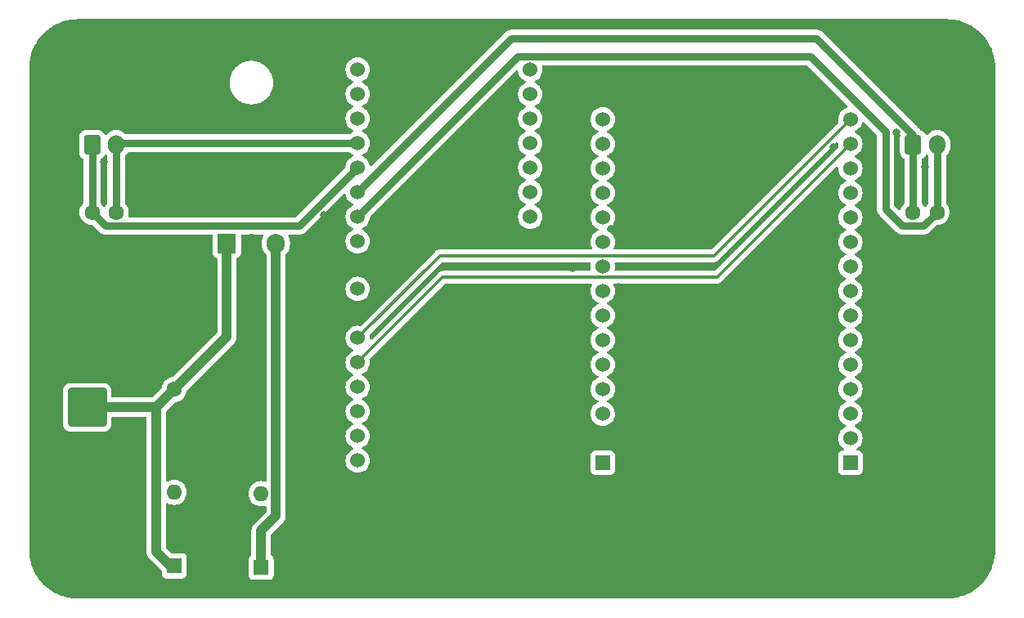
<source format=gbr>
%TF.GenerationSoftware,KiCad,Pcbnew,7.0.8*%
%TF.CreationDate,2024-02-17T12:00:41+01:00*%
%TF.ProjectId,Pendulo_Invertido,50656e64-756c-46f5-9f49-6e7665727469,rev?*%
%TF.SameCoordinates,Original*%
%TF.FileFunction,Copper,L1,Top*%
%TF.FilePolarity,Positive*%
%FSLAX46Y46*%
G04 Gerber Fmt 4.6, Leading zero omitted, Abs format (unit mm)*
G04 Created by KiCad (PCBNEW 7.0.8) date 2024-02-17 12:00:41*
%MOMM*%
%LPD*%
G01*
G04 APERTURE LIST*
G04 Aperture macros list*
%AMRoundRect*
0 Rectangle with rounded corners*
0 $1 Rounding radius*
0 $2 $3 $4 $5 $6 $7 $8 $9 X,Y pos of 4 corners*
0 Add a 4 corners polygon primitive as box body*
4,1,4,$2,$3,$4,$5,$6,$7,$8,$9,$2,$3,0*
0 Add four circle primitives for the rounded corners*
1,1,$1+$1,$2,$3*
1,1,$1+$1,$4,$5*
1,1,$1+$1,$6,$7*
1,1,$1+$1,$8,$9*
0 Add four rect primitives between the rounded corners*
20,1,$1+$1,$2,$3,$4,$5,0*
20,1,$1+$1,$4,$5,$6,$7,0*
20,1,$1+$1,$6,$7,$8,$9,0*
20,1,$1+$1,$8,$9,$2,$3,0*%
G04 Aperture macros list end*
%TA.AperFunction,ComponentPad*%
%ADD10RoundRect,0.250000X-0.600000X-0.750000X0.600000X-0.750000X0.600000X0.750000X-0.600000X0.750000X0*%
%TD*%
%TA.AperFunction,ComponentPad*%
%ADD11O,1.700000X2.000000*%
%TD*%
%TA.AperFunction,ComponentPad*%
%ADD12R,1.524000X1.524000*%
%TD*%
%TA.AperFunction,ComponentPad*%
%ADD13C,1.524000*%
%TD*%
%TA.AperFunction,ComponentPad*%
%ADD14C,1.600000*%
%TD*%
%TA.AperFunction,ComponentPad*%
%ADD15RoundRect,0.250000X1.750000X-1.750000X1.750000X1.750000X-1.750000X1.750000X-1.750000X-1.750000X0*%
%TD*%
%TA.AperFunction,ComponentPad*%
%ADD16C,4.000000*%
%TD*%
%TA.AperFunction,ComponentPad*%
%ADD17C,5.600000*%
%TD*%
%TA.AperFunction,ComponentPad*%
%ADD18R,1.905000X2.000000*%
%TD*%
%TA.AperFunction,ComponentPad*%
%ADD19O,1.905000X2.000000*%
%TD*%
%TA.AperFunction,ComponentPad*%
%ADD20R,1.600000X1.600000*%
%TD*%
%TA.AperFunction,ComponentPad*%
%ADD21O,1.600000X1.600000*%
%TD*%
%TA.AperFunction,ViaPad*%
%ADD22C,0.800000*%
%TD*%
%TA.AperFunction,Conductor*%
%ADD23C,0.800000*%
%TD*%
%TA.AperFunction,Conductor*%
%ADD24C,1.000000*%
%TD*%
%TA.AperFunction,Conductor*%
%ADD25C,0.300000*%
%TD*%
G04 APERTURE END LIST*
D10*
%TO.P,M2,1,+*%
%TO.N,Net-(M2-+)*%
X91500000Y-13000000D03*
D11*
%TO.P,M2,2,-*%
%TO.N,Net-(M2--)*%
X94000000Y-13000000D03*
%TD*%
D10*
%TO.P,M1,1,+*%
%TO.N,Net-(M1-+)*%
X6500000Y-13000000D03*
D11*
%TO.P,M1,2,-*%
%TO.N,Net-(M1--)*%
X9000000Y-13000000D03*
%TD*%
D12*
%TO.P,ESP32-DEVKIT-V1,1,VIN*%
%TO.N,/+5V*%
X59370000Y-45940000D03*
D13*
%TO.P,ESP32-DEVKIT-V1,2,GND*%
%TO.N,GND*%
X59370000Y-43400000D03*
%TO.P,ESP32-DEVKIT-V1,3,D13*%
%TO.N,Net-(ESP32-DEVKIT-V1-D13)*%
X59370000Y-40860000D03*
%TO.P,ESP32-DEVKIT-V1,4,D12*%
%TO.N,unconnected-(ESP32-DEVKIT-V1-D12-Pad4)*%
X59370000Y-38320000D03*
%TO.P,ESP32-DEVKIT-V1,5,D14*%
%TO.N,Net-(ESP32-DEVKIT-V1-D14)*%
X59370000Y-35780000D03*
%TO.P,ESP32-DEVKIT-V1,6,D27*%
%TO.N,Net-(ESP32-DEVKIT-V1-D27)*%
X59370000Y-33240000D03*
%TO.P,ESP32-DEVKIT-V1,7,D26*%
%TO.N,Net-(ESP32-DEVKIT-V1-D26)*%
X59370000Y-30700000D03*
%TO.P,ESP32-DEVKIT-V1,8,D25*%
%TO.N,Net-(ESP32-DEVKIT-V1-D25)*%
X59370000Y-28160000D03*
%TO.P,ESP32-DEVKIT-V1,9,D33*%
%TO.N,Net-(ESP32-DEVKIT-V1-D33)*%
X59370000Y-25620000D03*
%TO.P,ESP32-DEVKIT-V1,10,D32*%
%TO.N,Net-(ESP32-DEVKIT-V1-D32)*%
X59370000Y-23080000D03*
%TO.P,ESP32-DEVKIT-V1,11,D35*%
%TO.N,unconnected-(ESP32-DEVKIT-V1-D35-Pad11)*%
X59370000Y-20540000D03*
%TO.P,ESP32-DEVKIT-V1,12,D34*%
%TO.N,unconnected-(ESP32-DEVKIT-V1-D34-Pad12)*%
X59370000Y-18000000D03*
%TO.P,ESP32-DEVKIT-V1,13,VN*%
%TO.N,unconnected-(ESP32-DEVKIT-V1-VN-Pad13)*%
X59370000Y-15460000D03*
%TO.P,ESP32-DEVKIT-V1,14,VP*%
%TO.N,unconnected-(ESP32-DEVKIT-V1-VP-Pad14)*%
X59370000Y-12920000D03*
%TO.P,ESP32-DEVKIT-V1,15,EN*%
%TO.N,unconnected-(ESP32-DEVKIT-V1-EN-Pad15)*%
X59370000Y-10380000D03*
D12*
%TO.P,ESP32-DEVKIT-V1,16,3V3*%
%TO.N,unconnected-(ESP32-DEVKIT-V1-3V3-Pad16)*%
X85000000Y-45940000D03*
D13*
%TO.P,ESP32-DEVKIT-V1,17,GND*%
%TO.N,unconnected-(ESP32-DEVKIT-V1-GND-Pad17)*%
X85000000Y-43400000D03*
%TO.P,ESP32-DEVKIT-V1,18,D15*%
%TO.N,unconnected-(ESP32-DEVKIT-V1-D15-Pad18)*%
X85000000Y-40860000D03*
%TO.P,ESP32-DEVKIT-V1,19,D2*%
%TO.N,unconnected-(ESP32-DEVKIT-V1-D2-Pad19)*%
X85000000Y-38320000D03*
%TO.P,ESP32-DEVKIT-V1,20,D4*%
%TO.N,unconnected-(ESP32-DEVKIT-V1-D4-Pad20)*%
X85000000Y-35780000D03*
%TO.P,ESP32-DEVKIT-V1,21,RX2*%
%TO.N,unconnected-(ESP32-DEVKIT-V1-RX2-Pad21)*%
X85000000Y-33240000D03*
%TO.P,ESP32-DEVKIT-V1,22,TX2*%
%TO.N,unconnected-(ESP32-DEVKIT-V1-TX2-Pad22)*%
X85000000Y-30700000D03*
%TO.P,ESP32-DEVKIT-V1,23,D5*%
%TO.N,unconnected-(ESP32-DEVKIT-V1-D5-Pad23)*%
X85000000Y-28160000D03*
%TO.P,ESP32-DEVKIT-V1,24,D18*%
%TO.N,unconnected-(ESP32-DEVKIT-V1-D18-Pad24)*%
X85000000Y-25620000D03*
%TO.P,ESP32-DEVKIT-V1,25,D19*%
%TO.N,unconnected-(ESP32-DEVKIT-V1-D19-Pad25)*%
X85000000Y-23080000D03*
%TO.P,ESP32-DEVKIT-V1,26,D21*%
%TO.N,unconnected-(ESP32-DEVKIT-V1-D21-Pad26)*%
X85000000Y-20540000D03*
%TO.P,ESP32-DEVKIT-V1,27,RX0*%
%TO.N,unconnected-(ESP32-DEVKIT-V1-RX0-Pad27)*%
X85000000Y-18000000D03*
%TO.P,ESP32-DEVKIT-V1,28,TX0*%
%TO.N,unconnected-(ESP32-DEVKIT-V1-TX0-Pad28)*%
X85000000Y-15460000D03*
%TO.P,ESP32-DEVKIT-V1,29,D22*%
%TO.N,Net-(ESP32-DEVKIT-V1-D22)*%
X85000000Y-12920000D03*
%TO.P,ESP32-DEVKIT-V1,30,D23*%
%TO.N,Net-(ESP32-DEVKIT-V1-D23)*%
X85000000Y-10380000D03*
%TD*%
D14*
%TO.P,C1,1*%
%TO.N,Net-(M1--)*%
X9000000Y-20000000D03*
%TO.P,C1,2*%
%TO.N,Net-(M1-+)*%
X6500000Y-20000000D03*
%TD*%
D15*
%TO.P,BT1,1,+*%
%TO.N,+12V*%
X6000000Y-40200000D03*
D16*
%TO.P,BT1,2,-*%
%TO.N,GND*%
X6000000Y-33000000D03*
%TD*%
D14*
%TO.P,C2,1*%
%TO.N,Net-(M2-+)*%
X91500000Y-20000000D03*
%TO.P,C2,2*%
%TO.N,Net-(M2--)*%
X94000000Y-20000000D03*
%TD*%
D17*
%TO.P,H2,2*%
%TO.N,GND*%
X95000000Y-5000000D03*
%TD*%
%TO.P,H3,3*%
%TO.N,GND*%
X95000000Y-55000000D03*
%TD*%
D13*
%TO.P,MPU_6050,1,VCC*%
%TO.N,/+5V*%
X34000000Y-27932500D03*
%TO.P,MPU_6050,2,GND*%
%TO.N,GND*%
X34000000Y-30472500D03*
%TO.P,MPU_6050,3,SCL*%
%TO.N,Net-(ESP32-DEVKIT-V1-D23)*%
X34000000Y-33012500D03*
%TO.P,MPU_6050,4,SDA*%
%TO.N,Net-(ESP32-DEVKIT-V1-D22)*%
X34000000Y-35552500D03*
%TO.P,MPU_6050,5,XDA*%
%TO.N,unconnected-(MPU_6050-XDA-Pad5)*%
X34000000Y-38092500D03*
%TO.P,MPU_6050,6,XCL*%
%TO.N,unconnected-(MPU_6050-XCL-Pad6)*%
X34000000Y-40632500D03*
%TO.P,MPU_6050,7,ADD*%
%TO.N,unconnected-(MPU_6050-ADD-Pad7)*%
X34000000Y-43172500D03*
%TO.P,MPU_6050,8,INT*%
%TO.N,unconnected-(MPU_6050-INT-Pad8)*%
X34000000Y-45712500D03*
%TD*%
D17*
%TO.P,H1,1*%
%TO.N,GND*%
X5000000Y-5000000D03*
%TD*%
D14*
%TO.P,C3,1*%
%TO.N,+12V*%
X15000000Y-38350000D03*
%TO.P,C3,2*%
%TO.N,GND*%
X15000000Y-34850000D03*
%TD*%
D13*
%TO.P,TB6612FNG1,1,VM*%
%TO.N,/12V*%
X34000000Y-5220000D03*
%TO.P,TB6612FNG1,2,VCC*%
%TO.N,/+5V*%
X34000000Y-7760000D03*
%TO.P,TB6612FNG1,3,GND*%
%TO.N,unconnected-(TB6612FNG1-GND-Pad3)*%
X34000000Y-10300000D03*
%TO.P,TB6612FNG1,4,A01*%
%TO.N,Net-(M1--)*%
X34000000Y-12840000D03*
%TO.P,TB6612FNG1,5,A02*%
%TO.N,Net-(M1-+)*%
X34000000Y-15380000D03*
%TO.P,TB6612FNG1,6,B02*%
%TO.N,Net-(M2-+)*%
X34000000Y-17920000D03*
%TO.P,TB6612FNG1,7,B01*%
%TO.N,Net-(M2--)*%
X34000000Y-20460000D03*
%TO.P,TB6612FNG1,8,GND*%
%TO.N,unconnected-(TB6612FNG1-GND-Pad8)*%
X34000000Y-23000000D03*
%TO.P,TB6612FNG1,9,PWMA*%
%TO.N,Net-(ESP32-DEVKIT-V1-D13)*%
X51860000Y-5220000D03*
%TO.P,TB6612FNG1,10,AIN2*%
%TO.N,Net-(ESP32-DEVKIT-V1-D14)*%
X51860000Y-7760000D03*
%TO.P,TB6612FNG1,11,AIN1*%
%TO.N,Net-(ESP32-DEVKIT-V1-D27)*%
X51860000Y-10300000D03*
%TO.P,TB6612FNG1,12,STBY*%
%TO.N,Net-(ESP32-DEVKIT-V1-D26)*%
X51860000Y-12840000D03*
%TO.P,TB6612FNG1,13,BIN1*%
%TO.N,Net-(ESP32-DEVKIT-V1-D25)*%
X51860000Y-15380000D03*
%TO.P,TB6612FNG1,14,BIN2*%
%TO.N,Net-(ESP32-DEVKIT-V1-D33)*%
X51860000Y-17920000D03*
%TO.P,TB6612FNG1,15,PWMB*%
%TO.N,Net-(ESP32-DEVKIT-V1-D32)*%
X51860000Y-20460000D03*
%TO.P,TB6612FNG1,16,GND*%
%TO.N,GND*%
X51860000Y-23000000D03*
%TD*%
D18*
%TO.P,U1,1,IN*%
%TO.N,+12V*%
X20460000Y-23230000D03*
D19*
%TO.P,U1,2,GND*%
%TO.N,GND*%
X23000000Y-23230000D03*
%TO.P,U1,3,OUT*%
%TO.N,Net-(U1-OUT)*%
X25540000Y-23230000D03*
%TD*%
D20*
%TO.P,SW1,1*%
%TO.N,Net-(U1-OUT)*%
X24000000Y-56767500D03*
D21*
%TO.P,SW1,2*%
%TO.N,/+5V*%
X24000000Y-49147500D03*
%TD*%
D17*
%TO.P,H4,4*%
%TO.N,GND*%
X5000000Y-55000000D03*
%TD*%
D20*
%TO.P,SW2,1*%
%TO.N,+12V*%
X15000000Y-56620000D03*
D21*
%TO.P,SW2,2*%
%TO.N,/12V*%
X15000000Y-49000000D03*
%TD*%
D22*
%TO.N,GND*%
X30500000Y-15500000D03*
X56250000Y-25750000D03*
X83250000Y-13250000D03*
X89750000Y-11750000D03*
X7750000Y-14750000D03*
X34000000Y-25250000D03*
X54000000Y-6750000D03*
X61000000Y-11000000D03*
X61000000Y-13750000D03*
X61000000Y-16500000D03*
X54000000Y-10500000D03*
X54000000Y-13250000D03*
X54000000Y-15750000D03*
X54000000Y-18000000D03*
X57500000Y-20000000D03*
X60250000Y-21750000D03*
X61000000Y-27750000D03*
X61250000Y-30000000D03*
X61500000Y-32500000D03*
X61500000Y-36250000D03*
X92750000Y-15250000D03*
X40640000Y-20320000D03*
X91440000Y-10160000D03*
X91440000Y-30480000D03*
X91440000Y-40640000D03*
X81280000Y-10160000D03*
X81280000Y-20320000D03*
X71120000Y-10160000D03*
X71120000Y-20320000D03*
X81280000Y-30480000D03*
X81280000Y-40640000D03*
X71120000Y-30480000D03*
X71120000Y-40640000D03*
X60960000Y-40640000D03*
X50800000Y-30480000D03*
X50800000Y-40640000D03*
X40640000Y-30480000D03*
X40640000Y-40640000D03*
X30480000Y-10160000D03*
X30480000Y-20320000D03*
X30480000Y-30480000D03*
X30480000Y-40640000D03*
X20320000Y-40640000D03*
X10160000Y-10160000D03*
X10160000Y-30480000D03*
X10160000Y-50800000D03*
X20320000Y-50800000D03*
X30480000Y-50800000D03*
X40640000Y-50800000D03*
X50800000Y-50800000D03*
X60960000Y-50800000D03*
X71120000Y-50800000D03*
X81280000Y-50800000D03*
X91440000Y-50800000D03*
%TD*%
D23*
%TO.N,Net-(M2-+)*%
X81500000Y-2000000D02*
X91500000Y-12000000D01*
X91500000Y-12000000D02*
X91500000Y-13000000D01*
X49920000Y-2000000D02*
X81500000Y-2000000D01*
X34000000Y-17920000D02*
X49920000Y-2000000D01*
D24*
%TO.N,Net-(U1-OUT)*%
X24000000Y-53000000D02*
X24000000Y-56767500D01*
X25540000Y-51460000D02*
X24000000Y-53000000D01*
X25540000Y-23230000D02*
X25540000Y-51460000D01*
D25*
%TO.N,Net-(ESP32-DEVKIT-V1-D22)*%
X42820500Y-26732000D02*
X34000000Y-35552500D01*
X85000000Y-12920000D02*
X71188000Y-26732000D01*
X71188000Y-26732000D02*
X42820500Y-26732000D01*
%TO.N,Net-(ESP32-DEVKIT-V1-D23)*%
X70872000Y-24508000D02*
X42504500Y-24508000D01*
X42504500Y-24508000D02*
X34000000Y-33012500D01*
X85000000Y-10380000D02*
X70872000Y-24508000D01*
D23*
%TO.N,Net-(M1-+)*%
X7900000Y-21400000D02*
X6500000Y-20000000D01*
X27980000Y-21400000D02*
X7900000Y-21400000D01*
X6500000Y-20000000D02*
X6500000Y-13000000D01*
X34000000Y-15380000D02*
X27980000Y-21400000D01*
%TO.N,Net-(M1--)*%
X9160000Y-12840000D02*
X9000000Y-13000000D01*
X9000000Y-13000000D02*
X9000000Y-20000000D01*
X34000000Y-12840000D02*
X9160000Y-12840000D01*
%TO.N,Net-(M2-+)*%
X91500000Y-13000000D02*
X91500000Y-20000000D01*
%TO.N,Net-(M2--)*%
X80858000Y-3858000D02*
X88650000Y-11650000D01*
X94000000Y-20000000D02*
X94000000Y-13000000D01*
X50602000Y-3858000D02*
X80858000Y-3858000D01*
X88650000Y-19650000D02*
X90400000Y-21400000D01*
X88650000Y-11650000D02*
X88650000Y-19650000D01*
X92600000Y-21400000D02*
X94000000Y-20000000D01*
X90400000Y-21400000D02*
X92600000Y-21400000D01*
X34000000Y-20460000D02*
X50602000Y-3858000D01*
D24*
%TO.N,+12V*%
X13150000Y-40200000D02*
X15000000Y-38350000D01*
X15000000Y-38350000D02*
X20460000Y-32890000D01*
X13150000Y-40200000D02*
X13150000Y-55150000D01*
X13150000Y-55150000D02*
X14620000Y-56620000D01*
X14620000Y-56620000D02*
X15000000Y-56620000D01*
X20460000Y-32890000D02*
X20460000Y-23230000D01*
X6000000Y-40200000D02*
X13150000Y-40200000D01*
%TD*%
%TA.AperFunction,Conductor*%
%TO.N,GND*%
G36*
X58092061Y-25178185D02*
G01*
X58137816Y-25230989D01*
X58147760Y-25300147D01*
X58144798Y-25314585D01*
X58133054Y-25358415D01*
X58121930Y-25399930D01*
X58121929Y-25399937D01*
X58102677Y-25619997D01*
X58102677Y-25620002D01*
X58121929Y-25840062D01*
X58121930Y-25840069D01*
X58129280Y-25867498D01*
X58144796Y-25925407D01*
X58143134Y-25995256D01*
X58103972Y-26053119D01*
X58039744Y-26080623D01*
X58025022Y-26081500D01*
X42906006Y-26081500D01*
X42889995Y-26079732D01*
X42889973Y-26079974D01*
X42882206Y-26079239D01*
X42810283Y-26081500D01*
X42779575Y-26081500D01*
X42779571Y-26081500D01*
X42779560Y-26081501D01*
X42772304Y-26082417D01*
X42766486Y-26082875D01*
X42717933Y-26084401D01*
X42703373Y-26088630D01*
X42697540Y-26090325D01*
X42678496Y-26094269D01*
X42657442Y-26096929D01*
X42657440Y-26096929D01*
X42612281Y-26114808D01*
X42606755Y-26116700D01*
X42560101Y-26130254D01*
X42541825Y-26141063D01*
X42524360Y-26149619D01*
X42504624Y-26157433D01*
X42465324Y-26185986D01*
X42460442Y-26189193D01*
X42418636Y-26213917D01*
X42403624Y-26228929D01*
X42388836Y-26241558D01*
X42371667Y-26254032D01*
X42371665Y-26254034D01*
X42340694Y-26291470D01*
X42336762Y-26295791D01*
X35474406Y-33158146D01*
X35413083Y-33191631D01*
X35343391Y-33186647D01*
X35287458Y-33144775D01*
X35263041Y-33079311D01*
X35263197Y-33059657D01*
X35265516Y-33033160D01*
X35267323Y-33012500D01*
X35248070Y-32792432D01*
X35243765Y-32776366D01*
X35245424Y-32706517D01*
X35275855Y-32656589D01*
X42737627Y-25194819D01*
X42798950Y-25161334D01*
X42825308Y-25158500D01*
X58025022Y-25158500D01*
X58092061Y-25178185D01*
G37*
%TD.AperFunction*%
%TA.AperFunction,Conductor*%
G36*
X83656608Y-12745850D02*
G01*
X83712541Y-12787722D01*
X83736958Y-12853186D01*
X83736802Y-12872837D01*
X83732677Y-12919994D01*
X83732677Y-12920002D01*
X83751929Y-13140062D01*
X83751931Y-13140075D01*
X83756236Y-13156141D01*
X83754571Y-13225990D01*
X83724141Y-13275911D01*
X70954873Y-26045181D01*
X70893550Y-26078666D01*
X70867192Y-26081500D01*
X60714978Y-26081500D01*
X60647939Y-26061815D01*
X60602184Y-26009011D01*
X60592240Y-25939853D01*
X60595201Y-25925414D01*
X60618070Y-25840068D01*
X60637323Y-25620000D01*
X60618070Y-25399932D01*
X60595203Y-25314592D01*
X60596866Y-25244744D01*
X60636028Y-25186881D01*
X60700256Y-25159377D01*
X60714978Y-25158500D01*
X70786495Y-25158500D01*
X70802505Y-25160267D01*
X70802528Y-25160026D01*
X70810289Y-25160758D01*
X70810296Y-25160760D01*
X70882203Y-25158500D01*
X70912925Y-25158500D01*
X70920190Y-25157581D01*
X70926016Y-25157122D01*
X70974569Y-25155597D01*
X70994956Y-25149673D01*
X71013996Y-25145731D01*
X71035058Y-25143071D01*
X71080235Y-25125183D01*
X71085735Y-25123300D01*
X71132398Y-25109744D01*
X71150665Y-25098939D01*
X71168136Y-25090380D01*
X71187871Y-25082568D01*
X71227177Y-25054010D01*
X71232043Y-25050813D01*
X71273865Y-25026081D01*
X71288870Y-25011075D01*
X71303668Y-24998436D01*
X71320837Y-24985963D01*
X71351809Y-24948522D01*
X71355723Y-24944221D01*
X83525595Y-12774349D01*
X83586916Y-12740866D01*
X83656608Y-12745850D01*
G37*
%TD.AperFunction*%
%TA.AperFunction,Conductor*%
G36*
X33130731Y-13760185D02*
G01*
X33151373Y-13776819D01*
X33185378Y-13810824D01*
X33185384Y-13810829D01*
X33366333Y-13937531D01*
X33366335Y-13937532D01*
X33366338Y-13937534D01*
X33485748Y-13993215D01*
X33495189Y-13997618D01*
X33547628Y-14043790D01*
X33566780Y-14110984D01*
X33546564Y-14177865D01*
X33495189Y-14222382D01*
X33366340Y-14282465D01*
X33366338Y-14282466D01*
X33185377Y-14409175D01*
X33029175Y-14565377D01*
X32902466Y-14746338D01*
X32902465Y-14746340D01*
X32809107Y-14946548D01*
X32809104Y-14946554D01*
X32751930Y-15159929D01*
X32751929Y-15159936D01*
X32737202Y-15328270D01*
X32711749Y-15393338D01*
X32701355Y-15405143D01*
X27643320Y-20463181D01*
X27581997Y-20496666D01*
X27555639Y-20499500D01*
X10374137Y-20499500D01*
X10307098Y-20479815D01*
X10261343Y-20427011D01*
X10251399Y-20357853D01*
X10254362Y-20343407D01*
X10268263Y-20291524D01*
X10285635Y-20226692D01*
X10305468Y-20000000D01*
X10305089Y-19995672D01*
X10297095Y-19904298D01*
X10285635Y-19773308D01*
X10226739Y-19553504D01*
X10130568Y-19347266D01*
X10000047Y-19160861D01*
X10000045Y-19160858D01*
X9936819Y-19097632D01*
X9903334Y-19036309D01*
X9900500Y-19009951D01*
X9900500Y-14210758D01*
X9920185Y-14143719D01*
X9936814Y-14123081D01*
X10038495Y-14021401D01*
X10174035Y-13827829D01*
X10177832Y-13819686D01*
X10181373Y-13812094D01*
X10227546Y-13759655D01*
X10293754Y-13740500D01*
X33063692Y-13740500D01*
X33130731Y-13760185D01*
G37*
%TD.AperFunction*%
%TA.AperFunction,Conductor*%
G36*
X89750697Y-11525538D02*
G01*
X89762191Y-11535691D01*
X90146662Y-11920162D01*
X90180147Y-11981485D01*
X90176687Y-12046847D01*
X90160001Y-12097201D01*
X90149500Y-12199983D01*
X90149500Y-13800001D01*
X90149501Y-13800018D01*
X90160000Y-13902796D01*
X90160001Y-13902799D01*
X90215185Y-14069331D01*
X90215187Y-14069336D01*
X90240820Y-14110894D01*
X90307288Y-14218656D01*
X90431344Y-14342712D01*
X90540597Y-14410099D01*
X90587321Y-14462047D01*
X90599500Y-14515638D01*
X90599500Y-19009951D01*
X90579815Y-19076990D01*
X90563181Y-19097632D01*
X90499954Y-19160858D01*
X90369432Y-19347265D01*
X90369431Y-19347267D01*
X90273261Y-19553502D01*
X90273259Y-19553508D01*
X90234543Y-19698001D01*
X90198178Y-19757661D01*
X90135331Y-19788190D01*
X90065955Y-19779895D01*
X90027087Y-19753588D01*
X89862271Y-19588772D01*
X89586819Y-19313319D01*
X89553334Y-19251996D01*
X89550500Y-19225638D01*
X89550500Y-11730626D01*
X89552027Y-11711225D01*
X89554219Y-11697388D01*
X89550680Y-11629860D01*
X89566829Y-11561884D01*
X89617166Y-11513428D01*
X89685709Y-11499879D01*
X89750697Y-11525538D01*
G37*
%TD.AperFunction*%
%TA.AperFunction,Conductor*%
G36*
X7973170Y-14033774D02*
G01*
X7981398Y-14041294D01*
X8063181Y-14123077D01*
X8096666Y-14184400D01*
X8099500Y-14210758D01*
X8099500Y-19009951D01*
X8079815Y-19076990D01*
X8063181Y-19097632D01*
X7999954Y-19160858D01*
X7869433Y-19347264D01*
X7869432Y-19347266D01*
X7862380Y-19362387D01*
X7816209Y-19414825D01*
X7749015Y-19433976D01*
X7682134Y-19413760D01*
X7637619Y-19362387D01*
X7630568Y-19347266D01*
X7500047Y-19160861D01*
X7500045Y-19160858D01*
X7436819Y-19097632D01*
X7403334Y-19036309D01*
X7400500Y-19009951D01*
X7400500Y-14515638D01*
X7420185Y-14448599D01*
X7459401Y-14410100D01*
X7568656Y-14342712D01*
X7692712Y-14218656D01*
X7784814Y-14069334D01*
X7784814Y-14069331D01*
X7788178Y-14063879D01*
X7840126Y-14017154D01*
X7909088Y-14005931D01*
X7973170Y-14033774D01*
G37*
%TD.AperFunction*%
%TA.AperFunction,Conductor*%
G36*
X92973170Y-14033774D02*
G01*
X92981398Y-14041294D01*
X93063181Y-14123077D01*
X93096666Y-14184400D01*
X93099500Y-14210758D01*
X93099500Y-19009951D01*
X93079815Y-19076990D01*
X93063181Y-19097632D01*
X92999954Y-19160858D01*
X92869433Y-19347264D01*
X92869432Y-19347266D01*
X92862380Y-19362387D01*
X92816209Y-19414825D01*
X92749015Y-19433976D01*
X92682134Y-19413760D01*
X92637619Y-19362387D01*
X92630568Y-19347266D01*
X92500047Y-19160861D01*
X92500045Y-19160858D01*
X92436819Y-19097632D01*
X92403334Y-19036309D01*
X92400500Y-19009951D01*
X92400500Y-14515638D01*
X92420185Y-14448599D01*
X92459401Y-14410100D01*
X92568656Y-14342712D01*
X92692712Y-14218656D01*
X92784814Y-14069334D01*
X92784814Y-14069331D01*
X92788178Y-14063879D01*
X92840126Y-14017154D01*
X92909088Y-14005931D01*
X92973170Y-14033774D01*
G37*
%TD.AperFunction*%
%TA.AperFunction,Conductor*%
G36*
X95217318Y-9488D02*
G01*
X95415934Y-18160D01*
X95420865Y-18574D01*
X95636792Y-45489D01*
X95832940Y-71313D01*
X95837265Y-71883D01*
X95841894Y-72671D01*
X96054183Y-117183D01*
X96252534Y-161157D01*
X96256778Y-162257D01*
X96464544Y-224112D01*
X96658648Y-285314D01*
X96658658Y-285317D01*
X96662530Y-286680D01*
X96864457Y-365472D01*
X97052817Y-443494D01*
X97056252Y-445045D01*
X97131343Y-481755D01*
X97250992Y-540249D01*
X97388629Y-611897D01*
X97432009Y-634479D01*
X97435107Y-636207D01*
X97621382Y-747202D01*
X97793662Y-856957D01*
X97796377Y-858789D01*
X97972918Y-984837D01*
X98135098Y-1109282D01*
X98137426Y-1111159D01*
X98303055Y-1251439D01*
X98454895Y-1390574D01*
X98609424Y-1545103D01*
X98748547Y-1696929D01*
X98748557Y-1696940D01*
X98888839Y-1862572D01*
X98890716Y-1864900D01*
X99015162Y-2027081D01*
X99141209Y-2203621D01*
X99143040Y-2206335D01*
X99252797Y-2378617D01*
X99363791Y-2564891D01*
X99365525Y-2568000D01*
X99459750Y-2749007D01*
X99525992Y-2884503D01*
X99554953Y-2943743D01*
X99556524Y-2947229D01*
X99634536Y-3135566D01*
X99713309Y-3337445D01*
X99714681Y-3341340D01*
X99775899Y-3535496D01*
X99837735Y-3743200D01*
X99838843Y-3747472D01*
X99882818Y-3945826D01*
X99927326Y-4158101D01*
X99928115Y-4162733D01*
X99954524Y-4363319D01*
X99981422Y-4579114D01*
X99981839Y-4584080D01*
X99990513Y-4782728D01*
X99999500Y-5000000D01*
X99999500Y-55000000D01*
X99990513Y-55217271D01*
X99981839Y-55415918D01*
X99981422Y-55420884D01*
X99954524Y-55636680D01*
X99928115Y-55837265D01*
X99927326Y-55841897D01*
X99882818Y-56054173D01*
X99838843Y-56252526D01*
X99837735Y-56256798D01*
X99775899Y-56464503D01*
X99714681Y-56658658D01*
X99713309Y-56662552D01*
X99634536Y-56864433D01*
X99556524Y-57052769D01*
X99554944Y-57056274D01*
X99459750Y-57250992D01*
X99365525Y-57431998D01*
X99363791Y-57435107D01*
X99252797Y-57621382D01*
X99143040Y-57793663D01*
X99141209Y-57796377D01*
X99015162Y-57972918D01*
X98890716Y-58135099D01*
X98888839Y-58137426D01*
X98748557Y-58303059D01*
X98609426Y-58454895D01*
X98454895Y-58609426D01*
X98303059Y-58748557D01*
X98137426Y-58888839D01*
X98135099Y-58890716D01*
X97972918Y-59015162D01*
X97796377Y-59141209D01*
X97793663Y-59143040D01*
X97621382Y-59252797D01*
X97435107Y-59363791D01*
X97431998Y-59365525D01*
X97250992Y-59459750D01*
X97056274Y-59554944D01*
X97052769Y-59556524D01*
X96864433Y-59634536D01*
X96662552Y-59713309D01*
X96658658Y-59714681D01*
X96464503Y-59775899D01*
X96256798Y-59837735D01*
X96252526Y-59838843D01*
X96054173Y-59882818D01*
X95841897Y-59927326D01*
X95837265Y-59928115D01*
X95636680Y-59954524D01*
X95420884Y-59981422D01*
X95415918Y-59981839D01*
X95217271Y-59990513D01*
X95000000Y-59999500D01*
X5000000Y-59999500D01*
X4782728Y-59990513D01*
X4584080Y-59981839D01*
X4579114Y-59981422D01*
X4363319Y-59954524D01*
X4162733Y-59928115D01*
X4158101Y-59927326D01*
X3945826Y-59882818D01*
X3747472Y-59838843D01*
X3743200Y-59837735D01*
X3535496Y-59775899D01*
X3341340Y-59714681D01*
X3337445Y-59713309D01*
X3135566Y-59634536D01*
X2947229Y-59556524D01*
X2943744Y-59554953D01*
X2884503Y-59525992D01*
X2749007Y-59459750D01*
X2568000Y-59365525D01*
X2564891Y-59363791D01*
X2378617Y-59252797D01*
X2206335Y-59143040D01*
X2203621Y-59141209D01*
X2027081Y-59015162D01*
X1864900Y-58890716D01*
X1862572Y-58888839D01*
X1696940Y-58748557D01*
X1545103Y-58609424D01*
X1390574Y-58454895D01*
X1251439Y-58303055D01*
X1111159Y-58137426D01*
X1109282Y-58135098D01*
X984837Y-57972918D01*
X858789Y-57796377D01*
X856957Y-57793662D01*
X747202Y-57621382D01*
X636207Y-57435107D01*
X634473Y-57431998D01*
X540249Y-57250992D01*
X481755Y-57131343D01*
X445045Y-57056252D01*
X443494Y-57052817D01*
X365463Y-56864433D01*
X286680Y-56662530D01*
X285317Y-56658658D01*
X224100Y-56464503D01*
X213246Y-56428044D01*
X162257Y-56256778D01*
X161155Y-56252526D01*
X117181Y-56054173D01*
X111495Y-56027057D01*
X72671Y-55841894D01*
X71883Y-55837265D01*
X60468Y-55750561D01*
X45489Y-55636791D01*
X18574Y-55420865D01*
X18160Y-55415934D01*
X9486Y-55217271D01*
X500Y-55000000D01*
X500Y-54999500D01*
X500Y-42000001D01*
X3499500Y-42000001D01*
X3499501Y-42000018D01*
X3510000Y-42102796D01*
X3510001Y-42102799D01*
X3542766Y-42201675D01*
X3565186Y-42269334D01*
X3657288Y-42418656D01*
X3781344Y-42542712D01*
X3930666Y-42634814D01*
X4097203Y-42689999D01*
X4199991Y-42700500D01*
X7800008Y-42700499D01*
X7902797Y-42689999D01*
X8069334Y-42634814D01*
X8218656Y-42542712D01*
X8342712Y-42418656D01*
X8434814Y-42269334D01*
X8489999Y-42102797D01*
X8500500Y-42000009D01*
X8500500Y-41324500D01*
X8520185Y-41257461D01*
X8572989Y-41211706D01*
X8624500Y-41200500D01*
X12025500Y-41200500D01*
X12092539Y-41220185D01*
X12138294Y-41272989D01*
X12149500Y-41324500D01*
X12149500Y-55137283D01*
X12147243Y-55226362D01*
X12147243Y-55226370D01*
X12158064Y-55286739D01*
X12158718Y-55291404D01*
X12164925Y-55352430D01*
X12164927Y-55352444D01*
X12175208Y-55385213D01*
X12177079Y-55392837D01*
X12183142Y-55426652D01*
X12183142Y-55426655D01*
X12205894Y-55483612D01*
X12207474Y-55488051D01*
X12225841Y-55546588D01*
X12225844Y-55546595D01*
X12242509Y-55576619D01*
X12245879Y-55583714D01*
X12258622Y-55615614D01*
X12258627Y-55615624D01*
X12292377Y-55666833D01*
X12294818Y-55670863D01*
X12324588Y-55724498D01*
X12324589Y-55724499D01*
X12324591Y-55724502D01*
X12346968Y-55750567D01*
X12351693Y-55756835D01*
X12361773Y-55772129D01*
X12370598Y-55785519D01*
X12413978Y-55828899D01*
X12417169Y-55832343D01*
X12457131Y-55878892D01*
X12457130Y-55878892D01*
X12484299Y-55899923D01*
X12490186Y-55905107D01*
X13208415Y-56623335D01*
X13663181Y-57078101D01*
X13696666Y-57139424D01*
X13699500Y-57165782D01*
X13699500Y-57467869D01*
X13699501Y-57467876D01*
X13705908Y-57527483D01*
X13756202Y-57662328D01*
X13756206Y-57662335D01*
X13842452Y-57777544D01*
X13842455Y-57777547D01*
X13957664Y-57863793D01*
X13957671Y-57863797D01*
X14092517Y-57914091D01*
X14092516Y-57914091D01*
X14099444Y-57914835D01*
X14152127Y-57920500D01*
X15847872Y-57920499D01*
X15907483Y-57914091D01*
X16042331Y-57863796D01*
X16157546Y-57777546D01*
X16243796Y-57662331D01*
X16294091Y-57527483D01*
X16300500Y-57467873D01*
X16300499Y-55772128D01*
X16294091Y-55712517D01*
X16257952Y-55615624D01*
X16243797Y-55577671D01*
X16243793Y-55577664D01*
X16157547Y-55462455D01*
X16157544Y-55462452D01*
X16042335Y-55376206D01*
X16042328Y-55376202D01*
X15907482Y-55325908D01*
X15907483Y-55325908D01*
X15847883Y-55319501D01*
X15847881Y-55319500D01*
X15847873Y-55319500D01*
X15847865Y-55319500D01*
X14785783Y-55319500D01*
X14718744Y-55299815D01*
X14698102Y-55283181D01*
X14186819Y-54771898D01*
X14153334Y-54710575D01*
X14150500Y-54684217D01*
X14150500Y-50230992D01*
X14170185Y-50163953D01*
X14222989Y-50118198D01*
X14292147Y-50108254D01*
X14342415Y-50128147D01*
X14342580Y-50127862D01*
X14344512Y-50128977D01*
X14345621Y-50129416D01*
X14347266Y-50130568D01*
X14553504Y-50226739D01*
X14773308Y-50285635D01*
X14935230Y-50299801D01*
X14999998Y-50305468D01*
X15000000Y-50305468D01*
X15000002Y-50305468D01*
X15056673Y-50300509D01*
X15226692Y-50285635D01*
X15446496Y-50226739D01*
X15652734Y-50130568D01*
X15839139Y-50000047D01*
X16000047Y-49839139D01*
X16130568Y-49652734D01*
X16226739Y-49446496D01*
X16285635Y-49226692D01*
X16305468Y-49000000D01*
X16285635Y-48773308D01*
X16226739Y-48553504D01*
X16130568Y-48347266D01*
X16000047Y-48160861D01*
X16000045Y-48160858D01*
X15839141Y-47999954D01*
X15652734Y-47869432D01*
X15652732Y-47869431D01*
X15446497Y-47773261D01*
X15446488Y-47773258D01*
X15226697Y-47714366D01*
X15226693Y-47714365D01*
X15226692Y-47714365D01*
X15226691Y-47714364D01*
X15226686Y-47714364D01*
X15000002Y-47694532D01*
X14999998Y-47694532D01*
X14773313Y-47714364D01*
X14773302Y-47714366D01*
X14553511Y-47773258D01*
X14553502Y-47773261D01*
X14347267Y-47869431D01*
X14347266Y-47869432D01*
X14345614Y-47870589D01*
X14344770Y-47870873D01*
X14342580Y-47872138D01*
X14342325Y-47871697D01*
X14279406Y-47892910D01*
X14211640Y-47875893D01*
X14163832Y-47824940D01*
X14150500Y-47769007D01*
X14150500Y-40665782D01*
X14170185Y-40598743D01*
X14186819Y-40578101D01*
X14565872Y-40199048D01*
X15088034Y-39676885D01*
X15149355Y-39643402D01*
X15164900Y-39641041D01*
X15226692Y-39635635D01*
X15446496Y-39576739D01*
X15652734Y-39480568D01*
X15839139Y-39350047D01*
X16000047Y-39189139D01*
X16130568Y-39002734D01*
X16226739Y-38796496D01*
X16285635Y-38576692D01*
X16291040Y-38514905D01*
X16316490Y-38449839D01*
X16326878Y-38438040D01*
X21158467Y-33606452D01*
X21223053Y-33545059D01*
X21258099Y-33494706D01*
X21260938Y-33490941D01*
X21264612Y-33486435D01*
X21299698Y-33443407D01*
X21315601Y-33412960D01*
X21319674Y-33406239D01*
X21324489Y-33399320D01*
X21339295Y-33378049D01*
X21363492Y-33321660D01*
X21365498Y-33317435D01*
X21393909Y-33263049D01*
X21403360Y-33230015D01*
X21405991Y-33222628D01*
X21419540Y-33191058D01*
X21431893Y-33130940D01*
X21433006Y-33126412D01*
X21449887Y-33067418D01*
X21452495Y-33033155D01*
X21453587Y-33025376D01*
X21454707Y-33019929D01*
X21460500Y-32991741D01*
X21460500Y-32930401D01*
X21460679Y-32925692D01*
X21465337Y-32864526D01*
X21460997Y-32830442D01*
X21460500Y-32822603D01*
X21460500Y-24832372D01*
X21480185Y-24765333D01*
X21532989Y-24719578D01*
X21541167Y-24716190D01*
X21654828Y-24673797D01*
X21654827Y-24673797D01*
X21654831Y-24673796D01*
X21770046Y-24587546D01*
X21856296Y-24472331D01*
X21906591Y-24337483D01*
X21913000Y-24277873D01*
X21912999Y-22424499D01*
X21932684Y-22357461D01*
X21985487Y-22311706D01*
X22036999Y-22300500D01*
X24151490Y-22300500D01*
X24218529Y-22320185D01*
X24264284Y-22372989D01*
X24274228Y-22442147D01*
X24258721Y-22483275D01*
X24260185Y-22484068D01*
X24257746Y-22488573D01*
X24161017Y-22709094D01*
X24101904Y-22942527D01*
X24087000Y-23122402D01*
X24087000Y-23337598D01*
X24101904Y-23517472D01*
X24161017Y-23750905D01*
X24257483Y-23970826D01*
X24257745Y-23971422D01*
X24389449Y-24173010D01*
X24489906Y-24282135D01*
X24506730Y-24300411D01*
X24537652Y-24363066D01*
X24539500Y-24384394D01*
X24539500Y-47784081D01*
X24519815Y-47851120D01*
X24467011Y-47896875D01*
X24397853Y-47906819D01*
X24383407Y-47903856D01*
X24226697Y-47861866D01*
X24226693Y-47861865D01*
X24226692Y-47861865D01*
X24226691Y-47861864D01*
X24226686Y-47861864D01*
X24000002Y-47842032D01*
X23999998Y-47842032D01*
X23773313Y-47861864D01*
X23773302Y-47861866D01*
X23553511Y-47920758D01*
X23553502Y-47920761D01*
X23347267Y-48016931D01*
X23347265Y-48016932D01*
X23160858Y-48147454D01*
X22999954Y-48308358D01*
X22869432Y-48494765D01*
X22869431Y-48494767D01*
X22773261Y-48701002D01*
X22773258Y-48701011D01*
X22714366Y-48920802D01*
X22714364Y-48920813D01*
X22694532Y-49147498D01*
X22694532Y-49147501D01*
X22714364Y-49374186D01*
X22714366Y-49374197D01*
X22773258Y-49593988D01*
X22773261Y-49593997D01*
X22869431Y-49800232D01*
X22869432Y-49800234D01*
X22999954Y-49986641D01*
X23160858Y-50147545D01*
X23160861Y-50147547D01*
X23347266Y-50278068D01*
X23553504Y-50374239D01*
X23773308Y-50433135D01*
X23935230Y-50447301D01*
X23999998Y-50452968D01*
X24000000Y-50452968D01*
X24000002Y-50452968D01*
X24056673Y-50448009D01*
X24226692Y-50433135D01*
X24383408Y-50391143D01*
X24453256Y-50392806D01*
X24511119Y-50431968D01*
X24538623Y-50496197D01*
X24539500Y-50510918D01*
X24539500Y-50994216D01*
X24519815Y-51061255D01*
X24503181Y-51081897D01*
X23301531Y-52283547D01*
X23236946Y-52344942D01*
X23201899Y-52395294D01*
X23199062Y-52399056D01*
X23160302Y-52446592D01*
X23160299Y-52446597D01*
X23144392Y-52477047D01*
X23140324Y-52483761D01*
X23120702Y-52511954D01*
X23096509Y-52568330D01*
X23094488Y-52572584D01*
X23066091Y-52626951D01*
X23066090Y-52626952D01*
X23056640Y-52659975D01*
X23054007Y-52667371D01*
X23040459Y-52698943D01*
X23028113Y-52759019D01*
X23026990Y-52763595D01*
X23010113Y-52822577D01*
X23010113Y-52822579D01*
X23007503Y-52856841D01*
X23006414Y-52864608D01*
X23000980Y-52891052D01*
X22999500Y-52898258D01*
X22999500Y-52959597D01*
X22999321Y-52964306D01*
X22994662Y-53025474D01*
X22996707Y-53041527D01*
X22999003Y-53059560D01*
X22999500Y-53067388D01*
X22999500Y-55430319D01*
X22979815Y-55497358D01*
X22949812Y-55529585D01*
X22842452Y-55609955D01*
X22756206Y-55725164D01*
X22756202Y-55725171D01*
X22705908Y-55860017D01*
X22701060Y-55905115D01*
X22699501Y-55919623D01*
X22699500Y-55919635D01*
X22699500Y-57615370D01*
X22699501Y-57615376D01*
X22705908Y-57674983D01*
X22756202Y-57809828D01*
X22756206Y-57809835D01*
X22842452Y-57925044D01*
X22842455Y-57925047D01*
X22957664Y-58011293D01*
X22957671Y-58011297D01*
X23092517Y-58061591D01*
X23092516Y-58061591D01*
X23099444Y-58062335D01*
X23152127Y-58068000D01*
X24847872Y-58067999D01*
X24907483Y-58061591D01*
X25042331Y-58011296D01*
X25157546Y-57925046D01*
X25243796Y-57809831D01*
X25294091Y-57674983D01*
X25300500Y-57615373D01*
X25300499Y-55919628D01*
X25294091Y-55860017D01*
X25283769Y-55832343D01*
X25243797Y-55725171D01*
X25243793Y-55725164D01*
X25157547Y-55609955D01*
X25050188Y-55529585D01*
X25008318Y-55473651D01*
X25000500Y-55430319D01*
X25000500Y-53465781D01*
X25020185Y-53398742D01*
X25036814Y-53378104D01*
X26238468Y-52176451D01*
X26303053Y-52115059D01*
X26338099Y-52064706D01*
X26340938Y-52060941D01*
X26344612Y-52056435D01*
X26379698Y-52013407D01*
X26395601Y-51982960D01*
X26399674Y-51976239D01*
X26404489Y-51969320D01*
X26419295Y-51948049D01*
X26443492Y-51891660D01*
X26445498Y-51887435D01*
X26473909Y-51833049D01*
X26483360Y-51800015D01*
X26485991Y-51792628D01*
X26499540Y-51761058D01*
X26511893Y-51700940D01*
X26513006Y-51696412D01*
X26529887Y-51637418D01*
X26532495Y-51603155D01*
X26533587Y-51595376D01*
X26540500Y-51561739D01*
X26540500Y-51500401D01*
X26540679Y-51495692D01*
X26545337Y-51434526D01*
X26540997Y-51400442D01*
X26540500Y-51392603D01*
X26540500Y-27932502D01*
X32732677Y-27932502D01*
X32751929Y-28152562D01*
X32751930Y-28152570D01*
X32809104Y-28365945D01*
X32809105Y-28365947D01*
X32809106Y-28365950D01*
X32902466Y-28566162D01*
X32902468Y-28566166D01*
X33029170Y-28747115D01*
X33029175Y-28747121D01*
X33185378Y-28903324D01*
X33185384Y-28903329D01*
X33366333Y-29030031D01*
X33366335Y-29030032D01*
X33366338Y-29030034D01*
X33566550Y-29123394D01*
X33779932Y-29180570D01*
X33937123Y-29194322D01*
X33999998Y-29199823D01*
X34000000Y-29199823D01*
X34000002Y-29199823D01*
X34055017Y-29195009D01*
X34220068Y-29180570D01*
X34433450Y-29123394D01*
X34633662Y-29030034D01*
X34814620Y-28903326D01*
X34970826Y-28747120D01*
X35097534Y-28566162D01*
X35190894Y-28365950D01*
X35248070Y-28152568D01*
X35262509Y-27987517D01*
X35267323Y-27932502D01*
X35267323Y-27932497D01*
X35249305Y-27726548D01*
X35248070Y-27712432D01*
X35190894Y-27499050D01*
X35097534Y-27298839D01*
X35020746Y-27189174D01*
X34970827Y-27117881D01*
X34915410Y-27062464D01*
X34814620Y-26961674D01*
X34814616Y-26961671D01*
X34814615Y-26961670D01*
X34633666Y-26834968D01*
X34633662Y-26834966D01*
X34510678Y-26777618D01*
X34433450Y-26741606D01*
X34433447Y-26741605D01*
X34433445Y-26741604D01*
X34220070Y-26684430D01*
X34220062Y-26684429D01*
X34000002Y-26665177D01*
X33999998Y-26665177D01*
X33779937Y-26684429D01*
X33779929Y-26684430D01*
X33566554Y-26741604D01*
X33566548Y-26741607D01*
X33366340Y-26834965D01*
X33366338Y-26834966D01*
X33185377Y-26961675D01*
X33029175Y-27117877D01*
X32902466Y-27298838D01*
X32902465Y-27298840D01*
X32809107Y-27499048D01*
X32809104Y-27499054D01*
X32751930Y-27712429D01*
X32751929Y-27712437D01*
X32732677Y-27932497D01*
X32732677Y-27932502D01*
X26540500Y-27932502D01*
X26540500Y-24384394D01*
X26560185Y-24317355D01*
X26573270Y-24300411D01*
X26690551Y-24173010D01*
X26822255Y-23971422D01*
X26918983Y-23750905D01*
X26978095Y-23517476D01*
X26993000Y-23337600D01*
X26993000Y-23122400D01*
X26978095Y-22942524D01*
X26918983Y-22709095D01*
X26822255Y-22488578D01*
X26822253Y-22488573D01*
X26819815Y-22484068D01*
X26821864Y-22482958D01*
X26804513Y-22425379D01*
X26823722Y-22358202D01*
X26876200Y-22312074D01*
X26928510Y-22300500D01*
X27899373Y-22300500D01*
X27918772Y-22302027D01*
X27932612Y-22304219D01*
X28001959Y-22300584D01*
X28005203Y-22300500D01*
X28027191Y-22300500D01*
X28027192Y-22300500D01*
X28043988Y-22298734D01*
X28049064Y-22298201D01*
X28052284Y-22297947D01*
X28121646Y-22294313D01*
X28135187Y-22290683D01*
X28154313Y-22287138D01*
X28168256Y-22285674D01*
X28234306Y-22264212D01*
X28237368Y-22263304D01*
X28304488Y-22245320D01*
X28316976Y-22238956D01*
X28334950Y-22231510D01*
X28348284Y-22227179D01*
X28408476Y-22192425D01*
X28411222Y-22190934D01*
X28473149Y-22159383D01*
X28484031Y-22150569D01*
X28500083Y-22139537D01*
X28512216Y-22132533D01*
X28563847Y-22086043D01*
X28566260Y-22083982D01*
X28583380Y-22070119D01*
X28598929Y-22054568D01*
X28601277Y-22052341D01*
X28652888Y-22005871D01*
X28661130Y-21994525D01*
X28673762Y-21979736D01*
X32549663Y-18103835D01*
X32610984Y-18070352D01*
X32680676Y-18075336D01*
X32736609Y-18117208D01*
X32757117Y-18159425D01*
X32809103Y-18353442D01*
X32809105Y-18353446D01*
X32809106Y-18353450D01*
X32846411Y-18433451D01*
X32902466Y-18553662D01*
X32902468Y-18553666D01*
X33029170Y-18734615D01*
X33029175Y-18734621D01*
X33185378Y-18890824D01*
X33185384Y-18890829D01*
X33366333Y-19017531D01*
X33366335Y-19017532D01*
X33366338Y-19017534D01*
X33460225Y-19061314D01*
X33495189Y-19077618D01*
X33547628Y-19123790D01*
X33566780Y-19190984D01*
X33546564Y-19257865D01*
X33495189Y-19302382D01*
X33366340Y-19362465D01*
X33366338Y-19362466D01*
X33185377Y-19489175D01*
X33029175Y-19645377D01*
X32902466Y-19826338D01*
X32902465Y-19826340D01*
X32809107Y-20026548D01*
X32809104Y-20026554D01*
X32751930Y-20239929D01*
X32751929Y-20239937D01*
X32732677Y-20459997D01*
X32732677Y-20460002D01*
X32751929Y-20680062D01*
X32751930Y-20680070D01*
X32809104Y-20893445D01*
X32809105Y-20893447D01*
X32809106Y-20893450D01*
X32846411Y-20973451D01*
X32902466Y-21093662D01*
X32902468Y-21093666D01*
X33029170Y-21274615D01*
X33029175Y-21274621D01*
X33185378Y-21430824D01*
X33185384Y-21430829D01*
X33366333Y-21557531D01*
X33366335Y-21557532D01*
X33366338Y-21557534D01*
X33485748Y-21613215D01*
X33495189Y-21617618D01*
X33547628Y-21663790D01*
X33566780Y-21730984D01*
X33546564Y-21797865D01*
X33495189Y-21842382D01*
X33366340Y-21902465D01*
X33366338Y-21902466D01*
X33185377Y-22029175D01*
X33029175Y-22185377D01*
X32902466Y-22366338D01*
X32902465Y-22366340D01*
X32809107Y-22566548D01*
X32809104Y-22566554D01*
X32751930Y-22779929D01*
X32751929Y-22779937D01*
X32732677Y-22999997D01*
X32732677Y-23000002D01*
X32751929Y-23220062D01*
X32751930Y-23220070D01*
X32809104Y-23433445D01*
X32809105Y-23433447D01*
X32809106Y-23433450D01*
X32848286Y-23517472D01*
X32902466Y-23633662D01*
X32902468Y-23633666D01*
X33029170Y-23814615D01*
X33029175Y-23814621D01*
X33185378Y-23970824D01*
X33185384Y-23970829D01*
X33366333Y-24097531D01*
X33366335Y-24097532D01*
X33366338Y-24097534D01*
X33566550Y-24190894D01*
X33779932Y-24248070D01*
X33937123Y-24261822D01*
X33999998Y-24267323D01*
X34000000Y-24267323D01*
X34000002Y-24267323D01*
X34055017Y-24262509D01*
X34220068Y-24248070D01*
X34433450Y-24190894D01*
X34633662Y-24097534D01*
X34814620Y-23970826D01*
X34970826Y-23814620D01*
X35097534Y-23633662D01*
X35190894Y-23433450D01*
X35248070Y-23220068D01*
X35267323Y-23000000D01*
X35248070Y-22779932D01*
X35190894Y-22566550D01*
X35097534Y-22366339D01*
X35012796Y-22245320D01*
X34970827Y-22185381D01*
X34894616Y-22109170D01*
X34814620Y-22029174D01*
X34814616Y-22029171D01*
X34814615Y-22029170D01*
X34633666Y-21902468D01*
X34633658Y-21902464D01*
X34504811Y-21842382D01*
X34452371Y-21796210D01*
X34433219Y-21729017D01*
X34453435Y-21662135D01*
X34504811Y-21617618D01*
X34510802Y-21614824D01*
X34633662Y-21557534D01*
X34814620Y-21430826D01*
X34970826Y-21274620D01*
X35097534Y-21093662D01*
X35190894Y-20893450D01*
X35248070Y-20680068D01*
X35262796Y-20511726D01*
X35288248Y-20446660D01*
X35298635Y-20434862D01*
X50398276Y-5335222D01*
X50459597Y-5301739D01*
X50529289Y-5306723D01*
X50585222Y-5348595D01*
X50609483Y-5412098D01*
X50611929Y-5440062D01*
X50611930Y-5440070D01*
X50669104Y-5653445D01*
X50669105Y-5653447D01*
X50669106Y-5653450D01*
X50694039Y-5706919D01*
X50762466Y-5853662D01*
X50762468Y-5853666D01*
X50889170Y-6034615D01*
X50889175Y-6034621D01*
X51045378Y-6190824D01*
X51045384Y-6190829D01*
X51226333Y-6317531D01*
X51226335Y-6317532D01*
X51226338Y-6317534D01*
X51345748Y-6373215D01*
X51355189Y-6377618D01*
X51407628Y-6423790D01*
X51426780Y-6490984D01*
X51406564Y-6557865D01*
X51355189Y-6602382D01*
X51226340Y-6662465D01*
X51226338Y-6662466D01*
X51045377Y-6789175D01*
X50889175Y-6945377D01*
X50762466Y-7126338D01*
X50762465Y-7126340D01*
X50669107Y-7326548D01*
X50669104Y-7326554D01*
X50611930Y-7539929D01*
X50611929Y-7539937D01*
X50592677Y-7759997D01*
X50592677Y-7760002D01*
X50611929Y-7980062D01*
X50611930Y-7980070D01*
X50669104Y-8193445D01*
X50669105Y-8193447D01*
X50669106Y-8193450D01*
X50718449Y-8299267D01*
X50762466Y-8393662D01*
X50762468Y-8393666D01*
X50889170Y-8574615D01*
X50889175Y-8574621D01*
X51045378Y-8730824D01*
X51045384Y-8730829D01*
X51226333Y-8857531D01*
X51226335Y-8857532D01*
X51226338Y-8857534D01*
X51345748Y-8913215D01*
X51355189Y-8917618D01*
X51407628Y-8963790D01*
X51426780Y-9030984D01*
X51406564Y-9097865D01*
X51355189Y-9142382D01*
X51226340Y-9202465D01*
X51226338Y-9202466D01*
X51045377Y-9329175D01*
X50889175Y-9485377D01*
X50762466Y-9666338D01*
X50762465Y-9666340D01*
X50669107Y-9866548D01*
X50669104Y-9866554D01*
X50611930Y-10079929D01*
X50611929Y-10079937D01*
X50592677Y-10299997D01*
X50592677Y-10300002D01*
X50611929Y-10520062D01*
X50611930Y-10520070D01*
X50669104Y-10733445D01*
X50669105Y-10733447D01*
X50669106Y-10733450D01*
X50706411Y-10813451D01*
X50762466Y-10933662D01*
X50762468Y-10933666D01*
X50889170Y-11114615D01*
X50889175Y-11114621D01*
X51045378Y-11270824D01*
X51045384Y-11270829D01*
X51226333Y-11397531D01*
X51226335Y-11397532D01*
X51226338Y-11397534D01*
X51345748Y-11453215D01*
X51355189Y-11457618D01*
X51407628Y-11503790D01*
X51426780Y-11570984D01*
X51406564Y-11637865D01*
X51355189Y-11682382D01*
X51226340Y-11742465D01*
X51226338Y-11742466D01*
X51045377Y-11869175D01*
X50889175Y-12025377D01*
X50762466Y-12206338D01*
X50762465Y-12206340D01*
X50669107Y-12406548D01*
X50669104Y-12406554D01*
X50611930Y-12619929D01*
X50611929Y-12619937D01*
X50592677Y-12839997D01*
X50592677Y-12840002D01*
X50611929Y-13060062D01*
X50611930Y-13060070D01*
X50669104Y-13273445D01*
X50669105Y-13273447D01*
X50669106Y-13273450D01*
X50721313Y-13385408D01*
X50762466Y-13473662D01*
X50762468Y-13473666D01*
X50889170Y-13654615D01*
X50889175Y-13654621D01*
X51045378Y-13810824D01*
X51045384Y-13810829D01*
X51226333Y-13937531D01*
X51226335Y-13937532D01*
X51226338Y-13937534D01*
X51345748Y-13993215D01*
X51355189Y-13997618D01*
X51407628Y-14043790D01*
X51426780Y-14110984D01*
X51406564Y-14177865D01*
X51355189Y-14222382D01*
X51226340Y-14282465D01*
X51226338Y-14282466D01*
X51045377Y-14409175D01*
X50889175Y-14565377D01*
X50762466Y-14746338D01*
X50762465Y-14746340D01*
X50669107Y-14946548D01*
X50669104Y-14946554D01*
X50611930Y-15159929D01*
X50611929Y-15159937D01*
X50592677Y-15379997D01*
X50592677Y-15380002D01*
X50611929Y-15600062D01*
X50611930Y-15600070D01*
X50669104Y-15813445D01*
X50669105Y-15813447D01*
X50669106Y-15813450D01*
X50706411Y-15893451D01*
X50762466Y-16013662D01*
X50762468Y-16013666D01*
X50889170Y-16194615D01*
X50889175Y-16194621D01*
X51045378Y-16350824D01*
X51045384Y-16350829D01*
X51226333Y-16477531D01*
X51226335Y-16477532D01*
X51226338Y-16477534D01*
X51345748Y-16533215D01*
X51355189Y-16537618D01*
X51407628Y-16583790D01*
X51426780Y-16650984D01*
X51406564Y-16717865D01*
X51355189Y-16762382D01*
X51226340Y-16822465D01*
X51226338Y-16822466D01*
X51045377Y-16949175D01*
X50889175Y-17105377D01*
X50762466Y-17286338D01*
X50762465Y-17286340D01*
X50669107Y-17486548D01*
X50669104Y-17486554D01*
X50611930Y-17699929D01*
X50611929Y-17699937D01*
X50592677Y-17919997D01*
X50592677Y-17920002D01*
X50611929Y-18140062D01*
X50611930Y-18140070D01*
X50669104Y-18353445D01*
X50669105Y-18353447D01*
X50669106Y-18353450D01*
X50706411Y-18433451D01*
X50762466Y-18553662D01*
X50762468Y-18553666D01*
X50889170Y-18734615D01*
X50889175Y-18734621D01*
X51045378Y-18890824D01*
X51045384Y-18890829D01*
X51226333Y-19017531D01*
X51226335Y-19017532D01*
X51226338Y-19017534D01*
X51320225Y-19061314D01*
X51355189Y-19077618D01*
X51407628Y-19123790D01*
X51426780Y-19190984D01*
X51406564Y-19257865D01*
X51355189Y-19302382D01*
X51226340Y-19362465D01*
X51226338Y-19362466D01*
X51045377Y-19489175D01*
X50889175Y-19645377D01*
X50762466Y-19826338D01*
X50762465Y-19826340D01*
X50669107Y-20026548D01*
X50669104Y-20026554D01*
X50611930Y-20239929D01*
X50611929Y-20239937D01*
X50592677Y-20459997D01*
X50592677Y-20460002D01*
X50611929Y-20680062D01*
X50611930Y-20680070D01*
X50669104Y-20893445D01*
X50669105Y-20893447D01*
X50669106Y-20893450D01*
X50706411Y-20973451D01*
X50762466Y-21093662D01*
X50762468Y-21093666D01*
X50889170Y-21274615D01*
X50889175Y-21274621D01*
X51045378Y-21430824D01*
X51045384Y-21430829D01*
X51226333Y-21557531D01*
X51226335Y-21557532D01*
X51226338Y-21557534D01*
X51426550Y-21650894D01*
X51639932Y-21708070D01*
X51797123Y-21721822D01*
X51859998Y-21727323D01*
X51860000Y-21727323D01*
X51860002Y-21727323D01*
X51915017Y-21722509D01*
X52080068Y-21708070D01*
X52293450Y-21650894D01*
X52493662Y-21557534D01*
X52674620Y-21430826D01*
X52830826Y-21274620D01*
X52957534Y-21093662D01*
X53050894Y-20893450D01*
X53108070Y-20680068D01*
X53124115Y-20496666D01*
X53127323Y-20460002D01*
X53127323Y-20459997D01*
X53120103Y-20377474D01*
X53108070Y-20239932D01*
X53050894Y-20026550D01*
X52957534Y-19826339D01*
X52830826Y-19645380D01*
X52674620Y-19489174D01*
X52674616Y-19489171D01*
X52674615Y-19489170D01*
X52493666Y-19362468D01*
X52493658Y-19362464D01*
X52364811Y-19302382D01*
X52312371Y-19256210D01*
X52293219Y-19189017D01*
X52313435Y-19122135D01*
X52364811Y-19077618D01*
X52399775Y-19061314D01*
X52493662Y-19017534D01*
X52674620Y-18890826D01*
X52830826Y-18734620D01*
X52957534Y-18553662D01*
X53050894Y-18353450D01*
X53108070Y-18140068D01*
X53127323Y-17920000D01*
X53108070Y-17699932D01*
X53050894Y-17486550D01*
X52957534Y-17286339D01*
X52830826Y-17105380D01*
X52674620Y-16949174D01*
X52674616Y-16949171D01*
X52674615Y-16949170D01*
X52493666Y-16822468D01*
X52493658Y-16822464D01*
X52364811Y-16762382D01*
X52312371Y-16716210D01*
X52293219Y-16649017D01*
X52313435Y-16582135D01*
X52364811Y-16537618D01*
X52370802Y-16534824D01*
X52493662Y-16477534D01*
X52674620Y-16350826D01*
X52830826Y-16194620D01*
X52957534Y-16013662D01*
X53050894Y-15813450D01*
X53108070Y-15600068D01*
X53126156Y-15393338D01*
X53127323Y-15380002D01*
X53127323Y-15379997D01*
X53115069Y-15239932D01*
X53108070Y-15159932D01*
X53050894Y-14946550D01*
X52957534Y-14746339D01*
X52830826Y-14565380D01*
X52674620Y-14409174D01*
X52674616Y-14409171D01*
X52674615Y-14409170D01*
X52493666Y-14282468D01*
X52493658Y-14282464D01*
X52364811Y-14222382D01*
X52312371Y-14176210D01*
X52293219Y-14109017D01*
X52313435Y-14042135D01*
X52364811Y-13997618D01*
X52370802Y-13994824D01*
X52493662Y-13937534D01*
X52674620Y-13810826D01*
X52830826Y-13654620D01*
X52957534Y-13473662D01*
X53050894Y-13273450D01*
X53108070Y-13060068D01*
X53124450Y-12872837D01*
X53127323Y-12840002D01*
X53127323Y-12839997D01*
X53115069Y-12699932D01*
X53108070Y-12619932D01*
X53050894Y-12406550D01*
X52957534Y-12206339D01*
X52830826Y-12025380D01*
X52674620Y-11869174D01*
X52674616Y-11869171D01*
X52674615Y-11869170D01*
X52493666Y-11742468D01*
X52493658Y-11742464D01*
X52364811Y-11682382D01*
X52312371Y-11636210D01*
X52293219Y-11569017D01*
X52313435Y-11502135D01*
X52364811Y-11457618D01*
X52370802Y-11454824D01*
X52493662Y-11397534D01*
X52674620Y-11270826D01*
X52830826Y-11114620D01*
X52957534Y-10933662D01*
X53050894Y-10733450D01*
X53108070Y-10520068D01*
X53127323Y-10300000D01*
X53108070Y-10079932D01*
X53050894Y-9866550D01*
X52957534Y-9666339D01*
X52830826Y-9485380D01*
X52674620Y-9329174D01*
X52674616Y-9329171D01*
X52674615Y-9329170D01*
X52493666Y-9202468D01*
X52493658Y-9202464D01*
X52364811Y-9142382D01*
X52312371Y-9096210D01*
X52293219Y-9029017D01*
X52313435Y-8962135D01*
X52364811Y-8917618D01*
X52370802Y-8914824D01*
X52493662Y-8857534D01*
X52674620Y-8730826D01*
X52830826Y-8574620D01*
X52957534Y-8393662D01*
X53050894Y-8193450D01*
X53108070Y-7980068D01*
X53127323Y-7760000D01*
X53108070Y-7539932D01*
X53050894Y-7326550D01*
X52957534Y-7126339D01*
X52894180Y-7035859D01*
X52830827Y-6945381D01*
X52785449Y-6900003D01*
X52674620Y-6789174D01*
X52674616Y-6789171D01*
X52674615Y-6789170D01*
X52493666Y-6662468D01*
X52493658Y-6662464D01*
X52364811Y-6602382D01*
X52312371Y-6556210D01*
X52293219Y-6489017D01*
X52313435Y-6422135D01*
X52364811Y-6377618D01*
X52370802Y-6374824D01*
X52493662Y-6317534D01*
X52674620Y-6190826D01*
X52830826Y-6034620D01*
X52957534Y-5853662D01*
X53050894Y-5653450D01*
X53108070Y-5440068D01*
X53127323Y-5220000D01*
X53125314Y-5197042D01*
X53116952Y-5101454D01*
X53108070Y-4999932D01*
X53085203Y-4914592D01*
X53086866Y-4844744D01*
X53126028Y-4786881D01*
X53190256Y-4759377D01*
X53204978Y-4758500D01*
X80433639Y-4758500D01*
X80500678Y-4778185D01*
X80521320Y-4794819D01*
X84689973Y-8963472D01*
X84723458Y-9024795D01*
X84718474Y-9094487D01*
X84676602Y-9150420D01*
X84634388Y-9170927D01*
X84566560Y-9189102D01*
X84566548Y-9189107D01*
X84366340Y-9282465D01*
X84366338Y-9282466D01*
X84185377Y-9409175D01*
X84029175Y-9565377D01*
X83902466Y-9746338D01*
X83902465Y-9746340D01*
X83809107Y-9946548D01*
X83809104Y-9946554D01*
X83751930Y-10159929D01*
X83751929Y-10159937D01*
X83732677Y-10379997D01*
X83732677Y-10380002D01*
X83751929Y-10600062D01*
X83751931Y-10600075D01*
X83756236Y-10616141D01*
X83754571Y-10685990D01*
X83724141Y-10735911D01*
X70638873Y-23821181D01*
X70577550Y-23854666D01*
X70551192Y-23857500D01*
X60595102Y-23857500D01*
X60528063Y-23837815D01*
X60482308Y-23785011D01*
X60472364Y-23715853D01*
X60482720Y-23681096D01*
X60528653Y-23582590D01*
X60560894Y-23513450D01*
X60618070Y-23300068D01*
X60637323Y-23080000D01*
X60618070Y-22859932D01*
X60560894Y-22646550D01*
X60467534Y-22446339D01*
X60368021Y-22304219D01*
X60340827Y-22265381D01*
X60266348Y-22190902D01*
X60184620Y-22109174D01*
X60184616Y-22109171D01*
X60184615Y-22109170D01*
X60003666Y-21982468D01*
X60003658Y-21982464D01*
X59874811Y-21922382D01*
X59822371Y-21876210D01*
X59803219Y-21809017D01*
X59823435Y-21742135D01*
X59874811Y-21697618D01*
X59880802Y-21694824D01*
X60003662Y-21637534D01*
X60184620Y-21510826D01*
X60340826Y-21354620D01*
X60467534Y-21173662D01*
X60560894Y-20973450D01*
X60618070Y-20760068D01*
X60637323Y-20540000D01*
X60618070Y-20319932D01*
X60560894Y-20106550D01*
X60467534Y-19906339D01*
X60403307Y-19814613D01*
X60340827Y-19725381D01*
X60287402Y-19671956D01*
X60184620Y-19569174D01*
X60184616Y-19569171D01*
X60184615Y-19569170D01*
X60003666Y-19442468D01*
X60003658Y-19442464D01*
X59874811Y-19382382D01*
X59822371Y-19336210D01*
X59803219Y-19269017D01*
X59823435Y-19202135D01*
X59874811Y-19157618D01*
X59880802Y-19154824D01*
X60003662Y-19097534D01*
X60184620Y-18970826D01*
X60340826Y-18814620D01*
X60467534Y-18633662D01*
X60560894Y-18433450D01*
X60618070Y-18220068D01*
X60637323Y-18000000D01*
X60618070Y-17779932D01*
X60560894Y-17566550D01*
X60467534Y-17366339D01*
X60340826Y-17185380D01*
X60184620Y-17029174D01*
X60184616Y-17029171D01*
X60184615Y-17029170D01*
X60003666Y-16902468D01*
X60003658Y-16902464D01*
X59874811Y-16842382D01*
X59822371Y-16796210D01*
X59803219Y-16729017D01*
X59823435Y-16662135D01*
X59874811Y-16617618D01*
X59880802Y-16614824D01*
X60003662Y-16557534D01*
X60184620Y-16430826D01*
X60340826Y-16274620D01*
X60467534Y-16093662D01*
X60560894Y-15893450D01*
X60618070Y-15680068D01*
X60637323Y-15460000D01*
X60637322Y-15459994D01*
X60625750Y-15327722D01*
X60618070Y-15239932D01*
X60560894Y-15026550D01*
X60467534Y-14826339D01*
X60340826Y-14645380D01*
X60184620Y-14489174D01*
X60184616Y-14489171D01*
X60184615Y-14489170D01*
X60003666Y-14362468D01*
X60003658Y-14362464D01*
X59874811Y-14302382D01*
X59822371Y-14256210D01*
X59803219Y-14189017D01*
X59823435Y-14122135D01*
X59874811Y-14077618D01*
X59892576Y-14069334D01*
X60003662Y-14017534D01*
X60184620Y-13890826D01*
X60340826Y-13734620D01*
X60467534Y-13553662D01*
X60560894Y-13353450D01*
X60618070Y-13140068D01*
X60637323Y-12920000D01*
X60637322Y-12919994D01*
X60625750Y-12787722D01*
X60618070Y-12699932D01*
X60560894Y-12486550D01*
X60467534Y-12286339D01*
X60340826Y-12105380D01*
X60184620Y-11949174D01*
X60184616Y-11949171D01*
X60184615Y-11949170D01*
X60003666Y-11822468D01*
X60003658Y-11822464D01*
X59874811Y-11762382D01*
X59822371Y-11716210D01*
X59803219Y-11649017D01*
X59823435Y-11582135D01*
X59874811Y-11537618D01*
X59880802Y-11534824D01*
X60003662Y-11477534D01*
X60184620Y-11350826D01*
X60340826Y-11194620D01*
X60467534Y-11013662D01*
X60560894Y-10813450D01*
X60618070Y-10600068D01*
X60637323Y-10380000D01*
X60618070Y-10159932D01*
X60560894Y-9946550D01*
X60467534Y-9746339D01*
X60340826Y-9565380D01*
X60184620Y-9409174D01*
X60184616Y-9409171D01*
X60184615Y-9409170D01*
X60003666Y-9282468D01*
X60003662Y-9282466D01*
X60003660Y-9282465D01*
X59803450Y-9189106D01*
X59803447Y-9189105D01*
X59803445Y-9189104D01*
X59590070Y-9131930D01*
X59590062Y-9131929D01*
X59370002Y-9112677D01*
X59369998Y-9112677D01*
X59149937Y-9131929D01*
X59149929Y-9131930D01*
X58936554Y-9189104D01*
X58936548Y-9189107D01*
X58736340Y-9282465D01*
X58736338Y-9282466D01*
X58555377Y-9409175D01*
X58399175Y-9565377D01*
X58272466Y-9746338D01*
X58272465Y-9746340D01*
X58179107Y-9946548D01*
X58179104Y-9946554D01*
X58121930Y-10159929D01*
X58121929Y-10159937D01*
X58102677Y-10379997D01*
X58102677Y-10380002D01*
X58121929Y-10600062D01*
X58121930Y-10600070D01*
X58179104Y-10813445D01*
X58179105Y-10813447D01*
X58179106Y-10813450D01*
X58272466Y-11013662D01*
X58272468Y-11013666D01*
X58399170Y-11194615D01*
X58399175Y-11194621D01*
X58555378Y-11350824D01*
X58555384Y-11350829D01*
X58736333Y-11477531D01*
X58736335Y-11477532D01*
X58736338Y-11477534D01*
X58839283Y-11525538D01*
X58865189Y-11537618D01*
X58917628Y-11583790D01*
X58936780Y-11650984D01*
X58916564Y-11717865D01*
X58865189Y-11762382D01*
X58736340Y-11822465D01*
X58736338Y-11822466D01*
X58555377Y-11949175D01*
X58399175Y-12105377D01*
X58272466Y-12286338D01*
X58272465Y-12286340D01*
X58179107Y-12486548D01*
X58179104Y-12486554D01*
X58121930Y-12699929D01*
X58121929Y-12699937D01*
X58102677Y-12919997D01*
X58102677Y-12920002D01*
X58121929Y-13140062D01*
X58121930Y-13140070D01*
X58179104Y-13353445D01*
X58179105Y-13353447D01*
X58179106Y-13353450D01*
X58272466Y-13553662D01*
X58272468Y-13553666D01*
X58399170Y-13734615D01*
X58399175Y-13734621D01*
X58555378Y-13890824D01*
X58555384Y-13890829D01*
X58736333Y-14017531D01*
X58736335Y-14017532D01*
X58736338Y-14017534D01*
X58847424Y-14069334D01*
X58865189Y-14077618D01*
X58917628Y-14123790D01*
X58936780Y-14190984D01*
X58916564Y-14257865D01*
X58865189Y-14302382D01*
X58736340Y-14362465D01*
X58736338Y-14362466D01*
X58555377Y-14489175D01*
X58399175Y-14645377D01*
X58272466Y-14826338D01*
X58272465Y-14826340D01*
X58179107Y-15026548D01*
X58179104Y-15026554D01*
X58121930Y-15239929D01*
X58121929Y-15239937D01*
X58102677Y-15459997D01*
X58102677Y-15460002D01*
X58121929Y-15680062D01*
X58121930Y-15680070D01*
X58179104Y-15893445D01*
X58179105Y-15893447D01*
X58179106Y-15893450D01*
X58272466Y-16093662D01*
X58272468Y-16093666D01*
X58399170Y-16274615D01*
X58399175Y-16274621D01*
X58555378Y-16430824D01*
X58555384Y-16430829D01*
X58736333Y-16557531D01*
X58736335Y-16557532D01*
X58736338Y-16557534D01*
X58855748Y-16613215D01*
X58865189Y-16617618D01*
X58917628Y-16663790D01*
X58936780Y-16730984D01*
X58916564Y-16797865D01*
X58865189Y-16842382D01*
X58736340Y-16902465D01*
X58736338Y-16902466D01*
X58555377Y-17029175D01*
X58399175Y-17185377D01*
X58272466Y-17366338D01*
X58272465Y-17366340D01*
X58179107Y-17566548D01*
X58179104Y-17566554D01*
X58121930Y-17779929D01*
X58121929Y-17779937D01*
X58102677Y-17999997D01*
X58102677Y-18000002D01*
X58121929Y-18220062D01*
X58121930Y-18220070D01*
X58179104Y-18433445D01*
X58179105Y-18433447D01*
X58179106Y-18433450D01*
X58272466Y-18633662D01*
X58272468Y-18633666D01*
X58399170Y-18814615D01*
X58399175Y-18814621D01*
X58555378Y-18970824D01*
X58555384Y-18970829D01*
X58736333Y-19097531D01*
X58736335Y-19097532D01*
X58736338Y-19097534D01*
X58855748Y-19153215D01*
X58865189Y-19157618D01*
X58917628Y-19203790D01*
X58936780Y-19270984D01*
X58916564Y-19337865D01*
X58865189Y-19382382D01*
X58736340Y-19442465D01*
X58736338Y-19442466D01*
X58555377Y-19569175D01*
X58399175Y-19725377D01*
X58272466Y-19906338D01*
X58272465Y-19906340D01*
X58179107Y-20106548D01*
X58179104Y-20106554D01*
X58121930Y-20319929D01*
X58121929Y-20319937D01*
X58102677Y-20539997D01*
X58102677Y-20540002D01*
X58121929Y-20760062D01*
X58121930Y-20760070D01*
X58179104Y-20973445D01*
X58179105Y-20973447D01*
X58179106Y-20973450D01*
X58252371Y-21130567D01*
X58272466Y-21173662D01*
X58272468Y-21173666D01*
X58399170Y-21354615D01*
X58399175Y-21354621D01*
X58555378Y-21510824D01*
X58555384Y-21510829D01*
X58736333Y-21637531D01*
X58736335Y-21637532D01*
X58736338Y-21637534D01*
X58855748Y-21693215D01*
X58865189Y-21697618D01*
X58917628Y-21743790D01*
X58936780Y-21810984D01*
X58916564Y-21877865D01*
X58865189Y-21922382D01*
X58736340Y-21982465D01*
X58736338Y-21982466D01*
X58555377Y-22109175D01*
X58399175Y-22265377D01*
X58272466Y-22446338D01*
X58272465Y-22446340D01*
X58179107Y-22646548D01*
X58179104Y-22646554D01*
X58121930Y-22859929D01*
X58121929Y-22859937D01*
X58102677Y-23079997D01*
X58102677Y-23080002D01*
X58121929Y-23300062D01*
X58121930Y-23300070D01*
X58179104Y-23513445D01*
X58179108Y-23513456D01*
X58257280Y-23681096D01*
X58267772Y-23750173D01*
X58239252Y-23813957D01*
X58180775Y-23852196D01*
X58144898Y-23857500D01*
X42590004Y-23857500D01*
X42573993Y-23855732D01*
X42573971Y-23855974D01*
X42566204Y-23855240D01*
X42566203Y-23855240D01*
X42494296Y-23857500D01*
X42463575Y-23857500D01*
X42463571Y-23857500D01*
X42463561Y-23857501D01*
X42456293Y-23858419D01*
X42450476Y-23858876D01*
X42401935Y-23860402D01*
X42401924Y-23860404D01*
X42381548Y-23866323D01*
X42362508Y-23870266D01*
X42341447Y-23872927D01*
X42341439Y-23872929D01*
X42296275Y-23890811D01*
X42290747Y-23892703D01*
X42244102Y-23906255D01*
X42225832Y-23917060D01*
X42208363Y-23925618D01*
X42188628Y-23933432D01*
X42188626Y-23933433D01*
X42149339Y-23961977D01*
X42144456Y-23965184D01*
X42102632Y-23989919D01*
X42087626Y-24004926D01*
X42072836Y-24017558D01*
X42055667Y-24030032D01*
X42055665Y-24030034D01*
X42024694Y-24067470D01*
X42020762Y-24071791D01*
X34355911Y-31736641D01*
X34294588Y-31770126D01*
X34236141Y-31768736D01*
X34220075Y-31764431D01*
X34220062Y-31764429D01*
X34000002Y-31745177D01*
X33999998Y-31745177D01*
X33779937Y-31764429D01*
X33779929Y-31764430D01*
X33566554Y-31821604D01*
X33566548Y-31821607D01*
X33366340Y-31914965D01*
X33366338Y-31914966D01*
X33185377Y-32041675D01*
X33029175Y-32197877D01*
X32902466Y-32378838D01*
X32902465Y-32378840D01*
X32809107Y-32579048D01*
X32809104Y-32579054D01*
X32751930Y-32792429D01*
X32751929Y-32792437D01*
X32732677Y-33012497D01*
X32732677Y-33012502D01*
X32751929Y-33232562D01*
X32751930Y-33232570D01*
X32809104Y-33445945D01*
X32809105Y-33445947D01*
X32809106Y-33445950D01*
X32855321Y-33545058D01*
X32902466Y-33646162D01*
X32902468Y-33646166D01*
X33029170Y-33827115D01*
X33029175Y-33827121D01*
X33185378Y-33983324D01*
X33185384Y-33983329D01*
X33366333Y-34110031D01*
X33366335Y-34110032D01*
X33366338Y-34110034D01*
X33485748Y-34165715D01*
X33495189Y-34170118D01*
X33547628Y-34216290D01*
X33566780Y-34283484D01*
X33546564Y-34350365D01*
X33495189Y-34394882D01*
X33366340Y-34454965D01*
X33366338Y-34454966D01*
X33185377Y-34581675D01*
X33029175Y-34737877D01*
X32902466Y-34918838D01*
X32902465Y-34918840D01*
X32809107Y-35119048D01*
X32809104Y-35119054D01*
X32751930Y-35332429D01*
X32751929Y-35332437D01*
X32732677Y-35552497D01*
X32732677Y-35552502D01*
X32751929Y-35772562D01*
X32751930Y-35772570D01*
X32809104Y-35985945D01*
X32809105Y-35985947D01*
X32809106Y-35985950D01*
X32902466Y-36186162D01*
X32902468Y-36186166D01*
X33029170Y-36367115D01*
X33029175Y-36367121D01*
X33185378Y-36523324D01*
X33185384Y-36523329D01*
X33366333Y-36650031D01*
X33366335Y-36650032D01*
X33366338Y-36650034D01*
X33485748Y-36705715D01*
X33495189Y-36710118D01*
X33547628Y-36756290D01*
X33566780Y-36823484D01*
X33546564Y-36890365D01*
X33495189Y-36934882D01*
X33366340Y-36994965D01*
X33366338Y-36994966D01*
X33185377Y-37121675D01*
X33029175Y-37277877D01*
X32902466Y-37458838D01*
X32902465Y-37458840D01*
X32809107Y-37659048D01*
X32809104Y-37659054D01*
X32751930Y-37872429D01*
X32751929Y-37872437D01*
X32732677Y-38092497D01*
X32732677Y-38092502D01*
X32751929Y-38312562D01*
X32751930Y-38312570D01*
X32809104Y-38525945D01*
X32809105Y-38525947D01*
X32809106Y-38525950D01*
X32902466Y-38726162D01*
X32902468Y-38726166D01*
X33029170Y-38907115D01*
X33029175Y-38907121D01*
X33185378Y-39063324D01*
X33185384Y-39063329D01*
X33366333Y-39190031D01*
X33366335Y-39190032D01*
X33366338Y-39190034D01*
X33485748Y-39245715D01*
X33495189Y-39250118D01*
X33547628Y-39296290D01*
X33566780Y-39363484D01*
X33546564Y-39430365D01*
X33495189Y-39474882D01*
X33366340Y-39534965D01*
X33366338Y-39534966D01*
X33185377Y-39661675D01*
X33029175Y-39817877D01*
X32902466Y-39998838D01*
X32902465Y-39998840D01*
X32809107Y-40199048D01*
X32809104Y-40199054D01*
X32751930Y-40412429D01*
X32751929Y-40412437D01*
X32732677Y-40632497D01*
X32732677Y-40632502D01*
X32751929Y-40852562D01*
X32751930Y-40852570D01*
X32809104Y-41065945D01*
X32809105Y-41065947D01*
X32809106Y-41065950D01*
X32877073Y-41211706D01*
X32902466Y-41266162D01*
X32902468Y-41266166D01*
X33029170Y-41447115D01*
X33029175Y-41447121D01*
X33185378Y-41603324D01*
X33185384Y-41603329D01*
X33366333Y-41730031D01*
X33366335Y-41730032D01*
X33366338Y-41730034D01*
X33485748Y-41785715D01*
X33495189Y-41790118D01*
X33547628Y-41836290D01*
X33566780Y-41903484D01*
X33546564Y-41970365D01*
X33495189Y-42014882D01*
X33366340Y-42074965D01*
X33366338Y-42074966D01*
X33185377Y-42201675D01*
X33029175Y-42357877D01*
X32902466Y-42538838D01*
X32902465Y-42538840D01*
X32809107Y-42739048D01*
X32809104Y-42739054D01*
X32751930Y-42952429D01*
X32751929Y-42952437D01*
X32732677Y-43172497D01*
X32732677Y-43172502D01*
X32751929Y-43392562D01*
X32751930Y-43392570D01*
X32809104Y-43605945D01*
X32809105Y-43605947D01*
X32809106Y-43605950D01*
X32902466Y-43806162D01*
X32902468Y-43806166D01*
X33029170Y-43987115D01*
X33029175Y-43987121D01*
X33185378Y-44143324D01*
X33185384Y-44143329D01*
X33366333Y-44270031D01*
X33366335Y-44270032D01*
X33366338Y-44270034D01*
X33485748Y-44325715D01*
X33495189Y-44330118D01*
X33547628Y-44376290D01*
X33566780Y-44443484D01*
X33546564Y-44510365D01*
X33495189Y-44554882D01*
X33366340Y-44614965D01*
X33366338Y-44614966D01*
X33185377Y-44741675D01*
X33029175Y-44897877D01*
X32902466Y-45078838D01*
X32902465Y-45078840D01*
X32809107Y-45279048D01*
X32809104Y-45279054D01*
X32751930Y-45492429D01*
X32751929Y-45492437D01*
X32732677Y-45712497D01*
X32732677Y-45712502D01*
X32751929Y-45932562D01*
X32751930Y-45932570D01*
X32809104Y-46145945D01*
X32809105Y-46145947D01*
X32809106Y-46145950D01*
X32902466Y-46346162D01*
X32902468Y-46346166D01*
X33029170Y-46527115D01*
X33029175Y-46527121D01*
X33185378Y-46683324D01*
X33185384Y-46683329D01*
X33366333Y-46810031D01*
X33366335Y-46810032D01*
X33366338Y-46810034D01*
X33566550Y-46903394D01*
X33779932Y-46960570D01*
X33937123Y-46974322D01*
X33999998Y-46979823D01*
X34000000Y-46979823D01*
X34000002Y-46979823D01*
X34055017Y-46975009D01*
X34220068Y-46960570D01*
X34433450Y-46903394D01*
X34633662Y-46810034D01*
X34719585Y-46749870D01*
X58107500Y-46749870D01*
X58107501Y-46749876D01*
X58113908Y-46809483D01*
X58164202Y-46944328D01*
X58164206Y-46944335D01*
X58250452Y-47059544D01*
X58250455Y-47059547D01*
X58365664Y-47145793D01*
X58365671Y-47145797D01*
X58500517Y-47196091D01*
X58500516Y-47196091D01*
X58507444Y-47196835D01*
X58560127Y-47202500D01*
X60179872Y-47202499D01*
X60239483Y-47196091D01*
X60374331Y-47145796D01*
X60489546Y-47059546D01*
X60575796Y-46944331D01*
X60626091Y-46809483D01*
X60632500Y-46749873D01*
X60632499Y-45130128D01*
X60626986Y-45078839D01*
X60626091Y-45070516D01*
X60575797Y-44935671D01*
X60575793Y-44935664D01*
X60489547Y-44820455D01*
X60489544Y-44820452D01*
X60374335Y-44734206D01*
X60374328Y-44734202D01*
X60239482Y-44683908D01*
X60239483Y-44683908D01*
X60179883Y-44677501D01*
X60179881Y-44677500D01*
X60179873Y-44677500D01*
X60179864Y-44677500D01*
X58560129Y-44677500D01*
X58560123Y-44677501D01*
X58500516Y-44683908D01*
X58365671Y-44734202D01*
X58365664Y-44734206D01*
X58250455Y-44820452D01*
X58250452Y-44820455D01*
X58164206Y-44935664D01*
X58164202Y-44935671D01*
X58113908Y-45070517D01*
X58107501Y-45130116D01*
X58107501Y-45130123D01*
X58107500Y-45130135D01*
X58107500Y-46749870D01*
X34719585Y-46749870D01*
X34814620Y-46683326D01*
X34970826Y-46527120D01*
X35097534Y-46346162D01*
X35190894Y-46145950D01*
X35248070Y-45932568D01*
X35267323Y-45712500D01*
X35248070Y-45492432D01*
X35190894Y-45279050D01*
X35097534Y-45078839D01*
X35034180Y-44988359D01*
X34970827Y-44897881D01*
X34893398Y-44820452D01*
X34814620Y-44741674D01*
X34814616Y-44741671D01*
X34814615Y-44741670D01*
X34633666Y-44614968D01*
X34633658Y-44614964D01*
X34504811Y-44554882D01*
X34452371Y-44508710D01*
X34433219Y-44441517D01*
X34453435Y-44374635D01*
X34504811Y-44330118D01*
X34510802Y-44327324D01*
X34633662Y-44270034D01*
X34814620Y-44143326D01*
X34970826Y-43987120D01*
X35097534Y-43806162D01*
X35190894Y-43605950D01*
X35248070Y-43392568D01*
X35262509Y-43227517D01*
X35267323Y-43172502D01*
X35267323Y-43172497D01*
X35248070Y-42952437D01*
X35248070Y-42952432D01*
X35190894Y-42739050D01*
X35097534Y-42538839D01*
X35020746Y-42429174D01*
X34970827Y-42357881D01*
X34915410Y-42302464D01*
X34814620Y-42201674D01*
X34814616Y-42201671D01*
X34814615Y-42201670D01*
X34633666Y-42074968D01*
X34633658Y-42074964D01*
X34504811Y-42014882D01*
X34452371Y-41968710D01*
X34433219Y-41901517D01*
X34453435Y-41834635D01*
X34504811Y-41790118D01*
X34510802Y-41787324D01*
X34633662Y-41730034D01*
X34814620Y-41603326D01*
X34970826Y-41447120D01*
X35097534Y-41266162D01*
X35190894Y-41065950D01*
X35248070Y-40852568D01*
X35264411Y-40665782D01*
X35267323Y-40632502D01*
X35267323Y-40632497D01*
X35248070Y-40412437D01*
X35248070Y-40412432D01*
X35190894Y-40199050D01*
X35097534Y-39998839D01*
X35020746Y-39889174D01*
X34970827Y-39817881D01*
X34915410Y-39762464D01*
X34814620Y-39661674D01*
X34814616Y-39661671D01*
X34814615Y-39661670D01*
X34633666Y-39534968D01*
X34633658Y-39534964D01*
X34504811Y-39474882D01*
X34452371Y-39428710D01*
X34433219Y-39361517D01*
X34453435Y-39294635D01*
X34504811Y-39250118D01*
X34510802Y-39247324D01*
X34633662Y-39190034D01*
X34814620Y-39063326D01*
X34970826Y-38907120D01*
X35097534Y-38726162D01*
X35190894Y-38525950D01*
X35248070Y-38312568D01*
X35264628Y-38123307D01*
X35267323Y-38092502D01*
X35267323Y-38092497D01*
X35248070Y-37872437D01*
X35248070Y-37872432D01*
X35190894Y-37659050D01*
X35097534Y-37458839D01*
X35020746Y-37349174D01*
X34970827Y-37277881D01*
X34912377Y-37219431D01*
X34814620Y-37121674D01*
X34814616Y-37121671D01*
X34814615Y-37121670D01*
X34633666Y-36994968D01*
X34633658Y-36994964D01*
X34504811Y-36934882D01*
X34452371Y-36888710D01*
X34433219Y-36821517D01*
X34453435Y-36754635D01*
X34504811Y-36710118D01*
X34510802Y-36707324D01*
X34633662Y-36650034D01*
X34814620Y-36523326D01*
X34970826Y-36367120D01*
X35097534Y-36186162D01*
X35190894Y-35985950D01*
X35248070Y-35772568D01*
X35262509Y-35607517D01*
X35267323Y-35552502D01*
X35267323Y-35552497D01*
X35249305Y-35346554D01*
X35248070Y-35332432D01*
X35243764Y-35316362D01*
X35245425Y-35246514D01*
X35275855Y-35196588D01*
X43053626Y-27418819D01*
X43114949Y-27385334D01*
X43141307Y-27382500D01*
X58144898Y-27382500D01*
X58211937Y-27402185D01*
X58257692Y-27454989D01*
X58267636Y-27524147D01*
X58257280Y-27558904D01*
X58179108Y-27726543D01*
X58179104Y-27726554D01*
X58121930Y-27939929D01*
X58121929Y-27939937D01*
X58102677Y-28159997D01*
X58102677Y-28160002D01*
X58121929Y-28380062D01*
X58121930Y-28380070D01*
X58179104Y-28593445D01*
X58179105Y-28593447D01*
X58179106Y-28593450D01*
X58250761Y-28747115D01*
X58272466Y-28793662D01*
X58272468Y-28793666D01*
X58399170Y-28974615D01*
X58399175Y-28974621D01*
X58555378Y-29130824D01*
X58555384Y-29130829D01*
X58736333Y-29257531D01*
X58736335Y-29257532D01*
X58736338Y-29257534D01*
X58855748Y-29313215D01*
X58865189Y-29317618D01*
X58917628Y-29363790D01*
X58936780Y-29430984D01*
X58916564Y-29497865D01*
X58865189Y-29542382D01*
X58736340Y-29602465D01*
X58736338Y-29602466D01*
X58555377Y-29729175D01*
X58399175Y-29885377D01*
X58272466Y-30066338D01*
X58272465Y-30066340D01*
X58179107Y-30266548D01*
X58179104Y-30266554D01*
X58121930Y-30479929D01*
X58121929Y-30479937D01*
X58102677Y-30699997D01*
X58102677Y-30700002D01*
X58121929Y-30920062D01*
X58121930Y-30920070D01*
X58179104Y-31133445D01*
X58179105Y-31133447D01*
X58179106Y-31133450D01*
X58272466Y-31333662D01*
X58272468Y-31333666D01*
X58399170Y-31514615D01*
X58399175Y-31514621D01*
X58555378Y-31670824D01*
X58555384Y-31670829D01*
X58736333Y-31797531D01*
X58736335Y-31797532D01*
X58736338Y-31797534D01*
X58855748Y-31853215D01*
X58865189Y-31857618D01*
X58917628Y-31903790D01*
X58936780Y-31970984D01*
X58916564Y-32037865D01*
X58865189Y-32082382D01*
X58736340Y-32142465D01*
X58736338Y-32142466D01*
X58555377Y-32269175D01*
X58399175Y-32425377D01*
X58272466Y-32606338D01*
X58272465Y-32606340D01*
X58179107Y-32806548D01*
X58179104Y-32806554D01*
X58121930Y-33019929D01*
X58121929Y-33019937D01*
X58102677Y-33239997D01*
X58102677Y-33240002D01*
X58121929Y-33460062D01*
X58121930Y-33460070D01*
X58179104Y-33673445D01*
X58179105Y-33673447D01*
X58179106Y-33673450D01*
X58250761Y-33827115D01*
X58272466Y-33873662D01*
X58272468Y-33873666D01*
X58399170Y-34054615D01*
X58399175Y-34054621D01*
X58555378Y-34210824D01*
X58555384Y-34210829D01*
X58736333Y-34337531D01*
X58736335Y-34337532D01*
X58736338Y-34337534D01*
X58787961Y-34361606D01*
X58865189Y-34397618D01*
X58917628Y-34443790D01*
X58936780Y-34510984D01*
X58916564Y-34577865D01*
X58865189Y-34622382D01*
X58736340Y-34682465D01*
X58736338Y-34682466D01*
X58555377Y-34809175D01*
X58399175Y-34965377D01*
X58272466Y-35146338D01*
X58272465Y-35146340D01*
X58179107Y-35346548D01*
X58179104Y-35346554D01*
X58121930Y-35559929D01*
X58121929Y-35559937D01*
X58102677Y-35779997D01*
X58102677Y-35780002D01*
X58121929Y-36000062D01*
X58121930Y-36000070D01*
X58179104Y-36213445D01*
X58179105Y-36213447D01*
X58179106Y-36213450D01*
X58250761Y-36367115D01*
X58272466Y-36413662D01*
X58272468Y-36413666D01*
X58399170Y-36594615D01*
X58399175Y-36594621D01*
X58555378Y-36750824D01*
X58555384Y-36750829D01*
X58736333Y-36877531D01*
X58736335Y-36877532D01*
X58736338Y-36877534D01*
X58787961Y-36901606D01*
X58865189Y-36937618D01*
X58917628Y-36983790D01*
X58936780Y-37050984D01*
X58916564Y-37117865D01*
X58865189Y-37162382D01*
X58736340Y-37222465D01*
X58736338Y-37222466D01*
X58555377Y-37349175D01*
X58399175Y-37505377D01*
X58272466Y-37686338D01*
X58272465Y-37686340D01*
X58179107Y-37886548D01*
X58179104Y-37886554D01*
X58121930Y-38099929D01*
X58121929Y-38099937D01*
X58102677Y-38319997D01*
X58102677Y-38320002D01*
X58121929Y-38540062D01*
X58121930Y-38540070D01*
X58179104Y-38753445D01*
X58179105Y-38753447D01*
X58179106Y-38753450D01*
X58199175Y-38796488D01*
X58272466Y-38953662D01*
X58272468Y-38953666D01*
X58399170Y-39134615D01*
X58399175Y-39134621D01*
X58555378Y-39290824D01*
X58555384Y-39290829D01*
X58736333Y-39417531D01*
X58736335Y-39417532D01*
X58736338Y-39417534D01*
X58787961Y-39441606D01*
X58865189Y-39477618D01*
X58917628Y-39523790D01*
X58936780Y-39590984D01*
X58916564Y-39657865D01*
X58865189Y-39702382D01*
X58736340Y-39762465D01*
X58736338Y-39762466D01*
X58555377Y-39889175D01*
X58399175Y-40045377D01*
X58272466Y-40226338D01*
X58272465Y-40226340D01*
X58179107Y-40426548D01*
X58179104Y-40426554D01*
X58121930Y-40639929D01*
X58121929Y-40639937D01*
X58102677Y-40859997D01*
X58102677Y-40860002D01*
X58121929Y-41080062D01*
X58121930Y-41080070D01*
X58179104Y-41293445D01*
X58179105Y-41293447D01*
X58179106Y-41293450D01*
X58193585Y-41324500D01*
X58272466Y-41493662D01*
X58272468Y-41493666D01*
X58399170Y-41674615D01*
X58399175Y-41674621D01*
X58555378Y-41830824D01*
X58555384Y-41830829D01*
X58736333Y-41957531D01*
X58736335Y-41957532D01*
X58736338Y-41957534D01*
X58936550Y-42050894D01*
X59149932Y-42108070D01*
X59307123Y-42121822D01*
X59369998Y-42127323D01*
X59370000Y-42127323D01*
X59370002Y-42127323D01*
X59425017Y-42122509D01*
X59590068Y-42108070D01*
X59803450Y-42050894D01*
X60003662Y-41957534D01*
X60184620Y-41830826D01*
X60340826Y-41674620D01*
X60467534Y-41493662D01*
X60560894Y-41293450D01*
X60618070Y-41080068D01*
X60637323Y-40860000D01*
X60636672Y-40852562D01*
X60630103Y-40777474D01*
X60618070Y-40639932D01*
X60560894Y-40426550D01*
X60467534Y-40226339D01*
X60340826Y-40045380D01*
X60184620Y-39889174D01*
X60184616Y-39889171D01*
X60184615Y-39889170D01*
X60003666Y-39762468D01*
X60003658Y-39762464D01*
X59874811Y-39702382D01*
X59822371Y-39656210D01*
X59803219Y-39589017D01*
X59823435Y-39522135D01*
X59874811Y-39477618D01*
X59880802Y-39474824D01*
X60003662Y-39417534D01*
X60184620Y-39290826D01*
X60340826Y-39134620D01*
X60467534Y-38953662D01*
X60560894Y-38753450D01*
X60618070Y-38540068D01*
X60637323Y-38320000D01*
X60636672Y-38312562D01*
X60629454Y-38230053D01*
X60618070Y-38099932D01*
X60560894Y-37886550D01*
X60467534Y-37686339D01*
X60340826Y-37505380D01*
X60184620Y-37349174D01*
X60184616Y-37349171D01*
X60184615Y-37349170D01*
X60003666Y-37222468D01*
X60003658Y-37222464D01*
X59874811Y-37162382D01*
X59822371Y-37116210D01*
X59803219Y-37049017D01*
X59823435Y-36982135D01*
X59874811Y-36937618D01*
X59880802Y-36934824D01*
X60003662Y-36877534D01*
X60184620Y-36750826D01*
X60340826Y-36594620D01*
X60467534Y-36413662D01*
X60560894Y-36213450D01*
X60618070Y-36000068D01*
X60637323Y-35780000D01*
X60636672Y-35772562D01*
X60618070Y-35559937D01*
X60618070Y-35559932D01*
X60560894Y-35346550D01*
X60467534Y-35146339D01*
X60340826Y-34965380D01*
X60184620Y-34809174D01*
X60184616Y-34809171D01*
X60184615Y-34809170D01*
X60003666Y-34682468D01*
X60003658Y-34682464D01*
X59874811Y-34622382D01*
X59822371Y-34576210D01*
X59803219Y-34509017D01*
X59823435Y-34442135D01*
X59874811Y-34397618D01*
X59880802Y-34394824D01*
X60003662Y-34337534D01*
X60184620Y-34210826D01*
X60340826Y-34054620D01*
X60467534Y-33873662D01*
X60560894Y-33673450D01*
X60618070Y-33460068D01*
X60637323Y-33240000D01*
X60636672Y-33232562D01*
X60627784Y-33130969D01*
X60618070Y-33019932D01*
X60560894Y-32806550D01*
X60467534Y-32606339D01*
X60386952Y-32491255D01*
X60340827Y-32425381D01*
X60294284Y-32378838D01*
X60184620Y-32269174D01*
X60184616Y-32269171D01*
X60184615Y-32269170D01*
X60003666Y-32142468D01*
X60003658Y-32142464D01*
X59874811Y-32082382D01*
X59822371Y-32036210D01*
X59803219Y-31969017D01*
X59823435Y-31902135D01*
X59874811Y-31857618D01*
X59880802Y-31854824D01*
X60003662Y-31797534D01*
X60184620Y-31670826D01*
X60340826Y-31514620D01*
X60467534Y-31333662D01*
X60560894Y-31133450D01*
X60618070Y-30920068D01*
X60637323Y-30700000D01*
X60618070Y-30479932D01*
X60560894Y-30266550D01*
X60467534Y-30066339D01*
X60340826Y-29885380D01*
X60184620Y-29729174D01*
X60184616Y-29729171D01*
X60184615Y-29729170D01*
X60003666Y-29602468D01*
X60003658Y-29602464D01*
X59874811Y-29542382D01*
X59822371Y-29496210D01*
X59803219Y-29429017D01*
X59823435Y-29362135D01*
X59874811Y-29317618D01*
X59880802Y-29314824D01*
X60003662Y-29257534D01*
X60184620Y-29130826D01*
X60340826Y-28974620D01*
X60467534Y-28793662D01*
X60560894Y-28593450D01*
X60618070Y-28380068D01*
X60637323Y-28160000D01*
X60636672Y-28152562D01*
X60618070Y-27939937D01*
X60618070Y-27939932D01*
X60560894Y-27726550D01*
X60554311Y-27712432D01*
X60482720Y-27558904D01*
X60472228Y-27489827D01*
X60500748Y-27426043D01*
X60559225Y-27387804D01*
X60595102Y-27382500D01*
X71102495Y-27382500D01*
X71118505Y-27384267D01*
X71118528Y-27384026D01*
X71126289Y-27384758D01*
X71126296Y-27384760D01*
X71198203Y-27382500D01*
X71228925Y-27382500D01*
X71236190Y-27381581D01*
X71242016Y-27381122D01*
X71290569Y-27379597D01*
X71310956Y-27373673D01*
X71329996Y-27369731D01*
X71351058Y-27367071D01*
X71396235Y-27349183D01*
X71401735Y-27347300D01*
X71448398Y-27333744D01*
X71466665Y-27322939D01*
X71484136Y-27314380D01*
X71503871Y-27306568D01*
X71543177Y-27278010D01*
X71548043Y-27274813D01*
X71589865Y-27250081D01*
X71604870Y-27235075D01*
X71619668Y-27222436D01*
X71636837Y-27209963D01*
X71667809Y-27172522D01*
X71671723Y-27168221D01*
X83525595Y-15314349D01*
X83586916Y-15280866D01*
X83656608Y-15285850D01*
X83712541Y-15327722D01*
X83736958Y-15393186D01*
X83736802Y-15412837D01*
X83732677Y-15459994D01*
X83732677Y-15460002D01*
X83751929Y-15680062D01*
X83751930Y-15680070D01*
X83809104Y-15893445D01*
X83809105Y-15893447D01*
X83809106Y-15893450D01*
X83902466Y-16093662D01*
X83902468Y-16093666D01*
X84029170Y-16274615D01*
X84029175Y-16274621D01*
X84185378Y-16430824D01*
X84185384Y-16430829D01*
X84366333Y-16557531D01*
X84366335Y-16557532D01*
X84366338Y-16557534D01*
X84485748Y-16613215D01*
X84495189Y-16617618D01*
X84547628Y-16663790D01*
X84566780Y-16730984D01*
X84546564Y-16797865D01*
X84495189Y-16842382D01*
X84366340Y-16902465D01*
X84366338Y-16902466D01*
X84185377Y-17029175D01*
X84029175Y-17185377D01*
X83902466Y-17366338D01*
X83902465Y-17366340D01*
X83809107Y-17566548D01*
X83809104Y-17566554D01*
X83751930Y-17779929D01*
X83751929Y-17779937D01*
X83732677Y-17999997D01*
X83732677Y-18000002D01*
X83751929Y-18220062D01*
X83751930Y-18220070D01*
X83809104Y-18433445D01*
X83809105Y-18433447D01*
X83809106Y-18433450D01*
X83902466Y-18633662D01*
X83902468Y-18633666D01*
X84029170Y-18814615D01*
X84029175Y-18814621D01*
X84185378Y-18970824D01*
X84185384Y-18970829D01*
X84366333Y-19097531D01*
X84366335Y-19097532D01*
X84366338Y-19097534D01*
X84485748Y-19153215D01*
X84495189Y-19157618D01*
X84547628Y-19203790D01*
X84566780Y-19270984D01*
X84546564Y-19337865D01*
X84495189Y-19382382D01*
X84366340Y-19442465D01*
X84366338Y-19442466D01*
X84185377Y-19569175D01*
X84029175Y-19725377D01*
X83902466Y-19906338D01*
X83902465Y-19906340D01*
X83809107Y-20106548D01*
X83809104Y-20106554D01*
X83751930Y-20319929D01*
X83751929Y-20319937D01*
X83732677Y-20539997D01*
X83732677Y-20540002D01*
X83751929Y-20760062D01*
X83751930Y-20760070D01*
X83809104Y-20973445D01*
X83809105Y-20973447D01*
X83809106Y-20973450D01*
X83882371Y-21130567D01*
X83902466Y-21173662D01*
X83902468Y-21173666D01*
X84029170Y-21354615D01*
X84029175Y-21354621D01*
X84185378Y-21510824D01*
X84185384Y-21510829D01*
X84366333Y-21637531D01*
X84366335Y-21637532D01*
X84366338Y-21637534D01*
X84485748Y-21693215D01*
X84495189Y-21697618D01*
X84547628Y-21743790D01*
X84566780Y-21810984D01*
X84546564Y-21877865D01*
X84495189Y-21922382D01*
X84366340Y-21982465D01*
X84366338Y-21982466D01*
X84185377Y-22109175D01*
X84029175Y-22265377D01*
X83902466Y-22446338D01*
X83902465Y-22446340D01*
X83809107Y-22646548D01*
X83809104Y-22646554D01*
X83751930Y-22859929D01*
X83751929Y-22859937D01*
X83732677Y-23079997D01*
X83732677Y-23080002D01*
X83751929Y-23300062D01*
X83751930Y-23300070D01*
X83809104Y-23513445D01*
X83809105Y-23513447D01*
X83809106Y-23513450D01*
X83887280Y-23681096D01*
X83902466Y-23713662D01*
X83902468Y-23713666D01*
X84029170Y-23894615D01*
X84029175Y-23894621D01*
X84185378Y-24050824D01*
X84185384Y-24050829D01*
X84366333Y-24177531D01*
X84366335Y-24177532D01*
X84366338Y-24177534D01*
X84485748Y-24233215D01*
X84495189Y-24237618D01*
X84547628Y-24283790D01*
X84566780Y-24350984D01*
X84546564Y-24417865D01*
X84495189Y-24462382D01*
X84366340Y-24522465D01*
X84366338Y-24522466D01*
X84185377Y-24649175D01*
X84029175Y-24805377D01*
X83902466Y-24986338D01*
X83902465Y-24986340D01*
X83809107Y-25186548D01*
X83809104Y-25186554D01*
X83751930Y-25399929D01*
X83751929Y-25399937D01*
X83732677Y-25619997D01*
X83732677Y-25620002D01*
X83751929Y-25840062D01*
X83751930Y-25840070D01*
X83809104Y-26053445D01*
X83809105Y-26053447D01*
X83809106Y-26053450D01*
X83857594Y-26157433D01*
X83902466Y-26253662D01*
X83902468Y-26253666D01*
X84029170Y-26434615D01*
X84029175Y-26434621D01*
X84185378Y-26590824D01*
X84185384Y-26590829D01*
X84366333Y-26717531D01*
X84366335Y-26717532D01*
X84366338Y-26717534D01*
X84485748Y-26773215D01*
X84495189Y-26777618D01*
X84547628Y-26823790D01*
X84566780Y-26890984D01*
X84546564Y-26957865D01*
X84495189Y-27002382D01*
X84366340Y-27062465D01*
X84366338Y-27062466D01*
X84185377Y-27189175D01*
X84029175Y-27345377D01*
X83902466Y-27526338D01*
X83902465Y-27526340D01*
X83809107Y-27726548D01*
X83809104Y-27726554D01*
X83751930Y-27939929D01*
X83751929Y-27939937D01*
X83732677Y-28159997D01*
X83732677Y-28160002D01*
X83751929Y-28380062D01*
X83751930Y-28380070D01*
X83809104Y-28593445D01*
X83809105Y-28593447D01*
X83809106Y-28593450D01*
X83880761Y-28747115D01*
X83902466Y-28793662D01*
X83902468Y-28793666D01*
X84029170Y-28974615D01*
X84029175Y-28974621D01*
X84185378Y-29130824D01*
X84185384Y-29130829D01*
X84366333Y-29257531D01*
X84366335Y-29257532D01*
X84366338Y-29257534D01*
X84485748Y-29313215D01*
X84495189Y-29317618D01*
X84547628Y-29363790D01*
X84566780Y-29430984D01*
X84546564Y-29497865D01*
X84495189Y-29542382D01*
X84366340Y-29602465D01*
X84366338Y-29602466D01*
X84185377Y-29729175D01*
X84029175Y-29885377D01*
X83902466Y-30066338D01*
X83902465Y-30066340D01*
X83809107Y-30266548D01*
X83809104Y-30266554D01*
X83751930Y-30479929D01*
X83751929Y-30479937D01*
X83732677Y-30699997D01*
X83732677Y-30700002D01*
X83751929Y-30920062D01*
X83751930Y-30920070D01*
X83809104Y-31133445D01*
X83809105Y-31133447D01*
X83809106Y-31133450D01*
X83902466Y-31333662D01*
X83902468Y-31333666D01*
X84029170Y-31514615D01*
X84029175Y-31514621D01*
X84185378Y-31670824D01*
X84185384Y-31670829D01*
X84366333Y-31797531D01*
X84366335Y-31797532D01*
X84366338Y-31797534D01*
X84485748Y-31853215D01*
X84495189Y-31857618D01*
X84547628Y-31903790D01*
X84566780Y-31970984D01*
X84546564Y-32037865D01*
X84495189Y-32082382D01*
X84366340Y-32142465D01*
X84366338Y-32142466D01*
X84185377Y-32269175D01*
X84029175Y-32425377D01*
X83902466Y-32606338D01*
X83902465Y-32606340D01*
X83809107Y-32806548D01*
X83809104Y-32806554D01*
X83751930Y-33019929D01*
X83751929Y-33019937D01*
X83732677Y-33239997D01*
X83732677Y-33240002D01*
X83751929Y-33460062D01*
X83751930Y-33460070D01*
X83809104Y-33673445D01*
X83809105Y-33673447D01*
X83809106Y-33673450D01*
X83880761Y-33827115D01*
X83902466Y-33873662D01*
X83902468Y-33873666D01*
X84029170Y-34054615D01*
X84029175Y-34054621D01*
X84185378Y-34210824D01*
X84185384Y-34210829D01*
X84366333Y-34337531D01*
X84366335Y-34337532D01*
X84366338Y-34337534D01*
X84417961Y-34361606D01*
X84495189Y-34397618D01*
X84547628Y-34443790D01*
X84566780Y-34510984D01*
X84546564Y-34577865D01*
X84495189Y-34622382D01*
X84366340Y-34682465D01*
X84366338Y-34682466D01*
X84185377Y-34809175D01*
X84029175Y-34965377D01*
X83902466Y-35146338D01*
X83902465Y-35146340D01*
X83809107Y-35346548D01*
X83809104Y-35346554D01*
X83751930Y-35559929D01*
X83751929Y-35559937D01*
X83732677Y-35779997D01*
X83732677Y-35780002D01*
X83751929Y-36000062D01*
X83751930Y-36000070D01*
X83809104Y-36213445D01*
X83809105Y-36213447D01*
X83809106Y-36213450D01*
X83880761Y-36367115D01*
X83902466Y-36413662D01*
X83902468Y-36413666D01*
X84029170Y-36594615D01*
X84029175Y-36594621D01*
X84185378Y-36750824D01*
X84185384Y-36750829D01*
X84366333Y-36877531D01*
X84366335Y-36877532D01*
X84366338Y-36877534D01*
X84417961Y-36901606D01*
X84495189Y-36937618D01*
X84547628Y-36983790D01*
X84566780Y-37050984D01*
X84546564Y-37117865D01*
X84495189Y-37162382D01*
X84366340Y-37222465D01*
X84366338Y-37222466D01*
X84185377Y-37349175D01*
X84029175Y-37505377D01*
X83902466Y-37686338D01*
X83902465Y-37686340D01*
X83809107Y-37886548D01*
X83809104Y-37886554D01*
X83751930Y-38099929D01*
X83751929Y-38099937D01*
X83732677Y-38319997D01*
X83732677Y-38320002D01*
X83751929Y-38540062D01*
X83751930Y-38540070D01*
X83809104Y-38753445D01*
X83809105Y-38753447D01*
X83809106Y-38753450D01*
X83829175Y-38796488D01*
X83902466Y-38953662D01*
X83902468Y-38953666D01*
X84029170Y-39134615D01*
X84029175Y-39134621D01*
X84185378Y-39290824D01*
X84185384Y-39290829D01*
X84366333Y-39417531D01*
X84366335Y-39417532D01*
X84366338Y-39417534D01*
X84417961Y-39441606D01*
X84495189Y-39477618D01*
X84547628Y-39523790D01*
X84566780Y-39590984D01*
X84546564Y-39657865D01*
X84495189Y-39702382D01*
X84366340Y-39762465D01*
X84366338Y-39762466D01*
X84185377Y-39889175D01*
X84029175Y-40045377D01*
X83902466Y-40226338D01*
X83902465Y-40226340D01*
X83809107Y-40426548D01*
X83809104Y-40426554D01*
X83751930Y-40639929D01*
X83751929Y-40639937D01*
X83732677Y-40859997D01*
X83732677Y-40860002D01*
X83751929Y-41080062D01*
X83751930Y-41080070D01*
X83809104Y-41293445D01*
X83809105Y-41293447D01*
X83809106Y-41293450D01*
X83823585Y-41324500D01*
X83902466Y-41493662D01*
X83902468Y-41493666D01*
X84029170Y-41674615D01*
X84029175Y-41674621D01*
X84185378Y-41830824D01*
X84185384Y-41830829D01*
X84366333Y-41957531D01*
X84366335Y-41957532D01*
X84366338Y-41957534D01*
X84457446Y-42000018D01*
X84495189Y-42017618D01*
X84547628Y-42063790D01*
X84566780Y-42130984D01*
X84546564Y-42197865D01*
X84495189Y-42242382D01*
X84366340Y-42302465D01*
X84366338Y-42302466D01*
X84185377Y-42429175D01*
X84029175Y-42585377D01*
X83902466Y-42766338D01*
X83902465Y-42766340D01*
X83809107Y-42966548D01*
X83809104Y-42966554D01*
X83751930Y-43179929D01*
X83751929Y-43179937D01*
X83732677Y-43399997D01*
X83732677Y-43400002D01*
X83751929Y-43620062D01*
X83751930Y-43620070D01*
X83809104Y-43833445D01*
X83809105Y-43833447D01*
X83809106Y-43833450D01*
X83880761Y-43987115D01*
X83902466Y-44033662D01*
X83902468Y-44033666D01*
X84029170Y-44214615D01*
X84029174Y-44214620D01*
X84185380Y-44370826D01*
X84291564Y-44445177D01*
X84301202Y-44451925D01*
X84344827Y-44506502D01*
X84352021Y-44576000D01*
X84320498Y-44638355D01*
X84260269Y-44673769D01*
X84230082Y-44677500D01*
X84190131Y-44677500D01*
X84190123Y-44677501D01*
X84130516Y-44683908D01*
X83995671Y-44734202D01*
X83995664Y-44734206D01*
X83880455Y-44820452D01*
X83880452Y-44820455D01*
X83794206Y-44935664D01*
X83794202Y-44935671D01*
X83743908Y-45070517D01*
X83737501Y-45130116D01*
X83737501Y-45130123D01*
X83737500Y-45130135D01*
X83737500Y-46749870D01*
X83737501Y-46749876D01*
X83743908Y-46809483D01*
X83794202Y-46944328D01*
X83794206Y-46944335D01*
X83880452Y-47059544D01*
X83880455Y-47059547D01*
X83995664Y-47145793D01*
X83995671Y-47145797D01*
X84130517Y-47196091D01*
X84130516Y-47196091D01*
X84137444Y-47196835D01*
X84190127Y-47202500D01*
X85809872Y-47202499D01*
X85869483Y-47196091D01*
X86004331Y-47145796D01*
X86119546Y-47059546D01*
X86205796Y-46944331D01*
X86256091Y-46809483D01*
X86262500Y-46749873D01*
X86262499Y-45130128D01*
X86256986Y-45078839D01*
X86256091Y-45070516D01*
X86205797Y-44935671D01*
X86205793Y-44935664D01*
X86119547Y-44820455D01*
X86119544Y-44820452D01*
X86004335Y-44734206D01*
X86004328Y-44734202D01*
X85869482Y-44683908D01*
X85869483Y-44683908D01*
X85809883Y-44677501D01*
X85809881Y-44677500D01*
X85809873Y-44677500D01*
X85809865Y-44677500D01*
X85769921Y-44677500D01*
X85702882Y-44657815D01*
X85657127Y-44605011D01*
X85647183Y-44535853D01*
X85676208Y-44472297D01*
X85698798Y-44451925D01*
X85814620Y-44370826D01*
X85970826Y-44214620D01*
X86097534Y-44033662D01*
X86190894Y-43833450D01*
X86248070Y-43620068D01*
X86267323Y-43400000D01*
X86266672Y-43392562D01*
X86248070Y-43179937D01*
X86248070Y-43179932D01*
X86190894Y-42966550D01*
X86097534Y-42766339D01*
X86005440Y-42634814D01*
X85970827Y-42585381D01*
X85924284Y-42538838D01*
X85814620Y-42429174D01*
X85814616Y-42429171D01*
X85814615Y-42429170D01*
X85633666Y-42302468D01*
X85633658Y-42302464D01*
X85504811Y-42242382D01*
X85452371Y-42196210D01*
X85433219Y-42129017D01*
X85453435Y-42062135D01*
X85504811Y-42017618D01*
X85542554Y-42000018D01*
X85633662Y-41957534D01*
X85814620Y-41830826D01*
X85970826Y-41674620D01*
X86097534Y-41493662D01*
X86190894Y-41293450D01*
X86248070Y-41080068D01*
X86267323Y-40860000D01*
X86266672Y-40852562D01*
X86260103Y-40777474D01*
X86248070Y-40639932D01*
X86190894Y-40426550D01*
X86097534Y-40226339D01*
X85970826Y-40045380D01*
X85814620Y-39889174D01*
X85814616Y-39889171D01*
X85814615Y-39889170D01*
X85633666Y-39762468D01*
X85633658Y-39762464D01*
X85504811Y-39702382D01*
X85452371Y-39656210D01*
X85433219Y-39589017D01*
X85453435Y-39522135D01*
X85504811Y-39477618D01*
X85510802Y-39474824D01*
X85633662Y-39417534D01*
X85814620Y-39290826D01*
X85970826Y-39134620D01*
X86097534Y-38953662D01*
X86190894Y-38753450D01*
X86248070Y-38540068D01*
X86267323Y-38320000D01*
X86266672Y-38312562D01*
X86259454Y-38230053D01*
X86248070Y-38099932D01*
X86190894Y-37886550D01*
X86097534Y-37686339D01*
X85970826Y-37505380D01*
X85814620Y-37349174D01*
X85814616Y-37349171D01*
X85814615Y-37349170D01*
X85633666Y-37222468D01*
X85633658Y-37222464D01*
X85504811Y-37162382D01*
X85452371Y-37116210D01*
X85433219Y-37049017D01*
X85453435Y-36982135D01*
X85504811Y-36937618D01*
X85510802Y-36934824D01*
X85633662Y-36877534D01*
X85814620Y-36750826D01*
X85970826Y-36594620D01*
X86097534Y-36413662D01*
X86190894Y-36213450D01*
X86248070Y-36000068D01*
X86267323Y-35780000D01*
X86266672Y-35772562D01*
X86248070Y-35559937D01*
X86248070Y-35559932D01*
X86190894Y-35346550D01*
X86097534Y-35146339D01*
X85970826Y-34965380D01*
X85814620Y-34809174D01*
X85814616Y-34809171D01*
X85814615Y-34809170D01*
X85633666Y-34682468D01*
X85633658Y-34682464D01*
X85504811Y-34622382D01*
X85452371Y-34576210D01*
X85433219Y-34509017D01*
X85453435Y-34442135D01*
X85504811Y-34397618D01*
X85510802Y-34394824D01*
X85633662Y-34337534D01*
X85814620Y-34210826D01*
X85970826Y-34054620D01*
X86097534Y-33873662D01*
X86190894Y-33673450D01*
X86248070Y-33460068D01*
X86267323Y-33240000D01*
X86266672Y-33232562D01*
X86257784Y-33130969D01*
X86248070Y-33019932D01*
X86190894Y-32806550D01*
X86097534Y-32606339D01*
X86016952Y-32491255D01*
X85970827Y-32425381D01*
X85924284Y-32378838D01*
X85814620Y-32269174D01*
X85814616Y-32269171D01*
X85814615Y-32269170D01*
X85633666Y-32142468D01*
X85633658Y-32142464D01*
X85504811Y-32082382D01*
X85452371Y-32036210D01*
X85433219Y-31969017D01*
X85453435Y-31902135D01*
X85504811Y-31857618D01*
X85510802Y-31854824D01*
X85633662Y-31797534D01*
X85814620Y-31670826D01*
X85970826Y-31514620D01*
X86097534Y-31333662D01*
X86190894Y-31133450D01*
X86248070Y-30920068D01*
X86267323Y-30700000D01*
X86248070Y-30479932D01*
X86190894Y-30266550D01*
X86097534Y-30066339D01*
X85970826Y-29885380D01*
X85814620Y-29729174D01*
X85814616Y-29729171D01*
X85814615Y-29729170D01*
X85633666Y-29602468D01*
X85633658Y-29602464D01*
X85504811Y-29542382D01*
X85452371Y-29496210D01*
X85433219Y-29429017D01*
X85453435Y-29362135D01*
X85504811Y-29317618D01*
X85510802Y-29314824D01*
X85633662Y-29257534D01*
X85814620Y-29130826D01*
X85970826Y-28974620D01*
X86097534Y-28793662D01*
X86190894Y-28593450D01*
X86248070Y-28380068D01*
X86267323Y-28160000D01*
X86266672Y-28152562D01*
X86248070Y-27939937D01*
X86248070Y-27939932D01*
X86190894Y-27726550D01*
X86097534Y-27526339D01*
X86010601Y-27402185D01*
X85970827Y-27345381D01*
X85900255Y-27274809D01*
X85814620Y-27189174D01*
X85814616Y-27189171D01*
X85814615Y-27189170D01*
X85633666Y-27062468D01*
X85633658Y-27062464D01*
X85504811Y-27002382D01*
X85452371Y-26956210D01*
X85433219Y-26889017D01*
X85453435Y-26822135D01*
X85504811Y-26777618D01*
X85510802Y-26774824D01*
X85633662Y-26717534D01*
X85814620Y-26590826D01*
X85970826Y-26434620D01*
X86097534Y-26253662D01*
X86190894Y-26053450D01*
X86248070Y-25840068D01*
X86267323Y-25620000D01*
X86248070Y-25399932D01*
X86190894Y-25186550D01*
X86097534Y-24986339D01*
X85970826Y-24805380D01*
X85814620Y-24649174D01*
X85814616Y-24649171D01*
X85814615Y-24649170D01*
X85633666Y-24522468D01*
X85633658Y-24522464D01*
X85504811Y-24462382D01*
X85452371Y-24416210D01*
X85433219Y-24349017D01*
X85453435Y-24282135D01*
X85504811Y-24237618D01*
X85510802Y-24234824D01*
X85633662Y-24177534D01*
X85814620Y-24050826D01*
X85970826Y-23894620D01*
X86097534Y-23713662D01*
X86190894Y-23513450D01*
X86248070Y-23300068D01*
X86267323Y-23080000D01*
X86248070Y-22859932D01*
X86190894Y-22646550D01*
X86097534Y-22446339D01*
X85998021Y-22304219D01*
X85970827Y-22265381D01*
X85896348Y-22190902D01*
X85814620Y-22109174D01*
X85814616Y-22109171D01*
X85814615Y-22109170D01*
X85633666Y-21982468D01*
X85633658Y-21982464D01*
X85504811Y-21922382D01*
X85452371Y-21876210D01*
X85433219Y-21809017D01*
X85453435Y-21742135D01*
X85504811Y-21697618D01*
X85510802Y-21694824D01*
X85633662Y-21637534D01*
X85814620Y-21510826D01*
X85970826Y-21354620D01*
X86097534Y-21173662D01*
X86190894Y-20973450D01*
X86248070Y-20760068D01*
X86267323Y-20540000D01*
X86248070Y-20319932D01*
X86190894Y-20106550D01*
X86097534Y-19906339D01*
X86033307Y-19814613D01*
X85970827Y-19725381D01*
X85917402Y-19671956D01*
X85814620Y-19569174D01*
X85814616Y-19569171D01*
X85814615Y-19569170D01*
X85633666Y-19442468D01*
X85633658Y-19442464D01*
X85504811Y-19382382D01*
X85452371Y-19336210D01*
X85433219Y-19269017D01*
X85453435Y-19202135D01*
X85504811Y-19157618D01*
X85510802Y-19154824D01*
X85633662Y-19097534D01*
X85814620Y-18970826D01*
X85970826Y-18814620D01*
X86097534Y-18633662D01*
X86190894Y-18433450D01*
X86248070Y-18220068D01*
X86267323Y-18000000D01*
X86248070Y-17779932D01*
X86190894Y-17566550D01*
X86097534Y-17366339D01*
X85970826Y-17185380D01*
X85814620Y-17029174D01*
X85814616Y-17029171D01*
X85814615Y-17029170D01*
X85633666Y-16902468D01*
X85633658Y-16902464D01*
X85504811Y-16842382D01*
X85452371Y-16796210D01*
X85433219Y-16729017D01*
X85453435Y-16662135D01*
X85504811Y-16617618D01*
X85510802Y-16614824D01*
X85633662Y-16557534D01*
X85814620Y-16430826D01*
X85970826Y-16274620D01*
X86097534Y-16093662D01*
X86190894Y-15893450D01*
X86248070Y-15680068D01*
X86267323Y-15460000D01*
X86267322Y-15459994D01*
X86255750Y-15327722D01*
X86248070Y-15239932D01*
X86190894Y-15026550D01*
X86097534Y-14826339D01*
X85970826Y-14645380D01*
X85814620Y-14489174D01*
X85814616Y-14489171D01*
X85814615Y-14489170D01*
X85633666Y-14362468D01*
X85633658Y-14362464D01*
X85504811Y-14302382D01*
X85452371Y-14256210D01*
X85433219Y-14189017D01*
X85453435Y-14122135D01*
X85504811Y-14077618D01*
X85522576Y-14069334D01*
X85633662Y-14017534D01*
X85814620Y-13890826D01*
X85970826Y-13734620D01*
X86097534Y-13553662D01*
X86190894Y-13353450D01*
X86248070Y-13140068D01*
X86267323Y-12920000D01*
X86267322Y-12919994D01*
X86255750Y-12787722D01*
X86248070Y-12699932D01*
X86190894Y-12486550D01*
X86097534Y-12286339D01*
X85970826Y-12105380D01*
X85814620Y-11949174D01*
X85814616Y-11949171D01*
X85814615Y-11949170D01*
X85633666Y-11822468D01*
X85633658Y-11822464D01*
X85504811Y-11762382D01*
X85452371Y-11716210D01*
X85433219Y-11649017D01*
X85453435Y-11582135D01*
X85504811Y-11537618D01*
X85510802Y-11534824D01*
X85633662Y-11477534D01*
X85814620Y-11350826D01*
X85970826Y-11194620D01*
X86097534Y-11013662D01*
X86190894Y-10813450D01*
X86209071Y-10745611D01*
X86245434Y-10685953D01*
X86308280Y-10655423D01*
X86377656Y-10663717D01*
X86416526Y-10690025D01*
X87713181Y-11986680D01*
X87746666Y-12048003D01*
X87749500Y-12074361D01*
X87749500Y-19569373D01*
X87747973Y-19588772D01*
X87745781Y-19602611D01*
X87749415Y-19671956D01*
X87749500Y-19675201D01*
X87749500Y-19697189D01*
X87751797Y-19719059D01*
X87752051Y-19722290D01*
X87755686Y-19791643D01*
X87755688Y-19791653D01*
X87759315Y-19805189D01*
X87762860Y-19824314D01*
X87764325Y-19838249D01*
X87764326Y-19838256D01*
X87764328Y-19838262D01*
X87785784Y-19904298D01*
X87786705Y-19907409D01*
X87804679Y-19974486D01*
X87804684Y-19974498D01*
X87811043Y-19986978D01*
X87818488Y-20004949D01*
X87822821Y-20018284D01*
X87827596Y-20026554D01*
X87857537Y-20078414D01*
X87859085Y-20081266D01*
X87871971Y-20106554D01*
X87890617Y-20143149D01*
X87890619Y-20143151D01*
X87890620Y-20143153D01*
X87899438Y-20154043D01*
X87910454Y-20170070D01*
X87917465Y-20182213D01*
X87917470Y-20182220D01*
X87963939Y-20233831D01*
X87966043Y-20236295D01*
X87979882Y-20253382D01*
X87995423Y-20268922D01*
X87997657Y-20271277D01*
X88044128Y-20322887D01*
X88055468Y-20331126D01*
X88070265Y-20343764D01*
X89706236Y-21979736D01*
X89718871Y-21994529D01*
X89727110Y-22005869D01*
X89727112Y-22005871D01*
X89778730Y-22052348D01*
X89781068Y-22054568D01*
X89796620Y-22070120D01*
X89813702Y-22083952D01*
X89816168Y-22086058D01*
X89838887Y-22106514D01*
X89867784Y-22132533D01*
X89875633Y-22137065D01*
X89879920Y-22139540D01*
X89895952Y-22150557D01*
X89906851Y-22159383D01*
X89968712Y-22190902D01*
X89968714Y-22190903D01*
X89971569Y-22192453D01*
X90031707Y-22227174D01*
X90031712Y-22227177D01*
X90031713Y-22227177D01*
X90031716Y-22227179D01*
X90045050Y-22231511D01*
X90063022Y-22238956D01*
X90075512Y-22245320D01*
X90075514Y-22245320D01*
X90075515Y-22245321D01*
X90093928Y-22250254D01*
X90142601Y-22263296D01*
X90145682Y-22264209D01*
X90211744Y-22285674D01*
X90225688Y-22287139D01*
X90244814Y-22290685D01*
X90254441Y-22293264D01*
X90258355Y-22294313D01*
X90327720Y-22297947D01*
X90330935Y-22298200D01*
X90352808Y-22300500D01*
X90374798Y-22300500D01*
X90378041Y-22300584D01*
X90447388Y-22304219D01*
X90461228Y-22302027D01*
X90480627Y-22300500D01*
X92519373Y-22300500D01*
X92538772Y-22302027D01*
X92552612Y-22304219D01*
X92621959Y-22300584D01*
X92625203Y-22300500D01*
X92647191Y-22300500D01*
X92647192Y-22300500D01*
X92663988Y-22298734D01*
X92669064Y-22298201D01*
X92672284Y-22297947D01*
X92741646Y-22294313D01*
X92755187Y-22290683D01*
X92774313Y-22287138D01*
X92788256Y-22285674D01*
X92854306Y-22264212D01*
X92857368Y-22263304D01*
X92924488Y-22245320D01*
X92936976Y-22238956D01*
X92954950Y-22231510D01*
X92968284Y-22227179D01*
X93028476Y-22192425D01*
X93031222Y-22190934D01*
X93093149Y-22159383D01*
X93104031Y-22150569D01*
X93120083Y-22139537D01*
X93132216Y-22132533D01*
X93183847Y-22086043D01*
X93186260Y-22083982D01*
X93203380Y-22070119D01*
X93218929Y-22054568D01*
X93221277Y-22052341D01*
X93272888Y-22005871D01*
X93281130Y-21994525D01*
X93293762Y-21979736D01*
X93933053Y-21340444D01*
X93994374Y-21306961D01*
X94009914Y-21304600D01*
X94226692Y-21285635D01*
X94446496Y-21226739D01*
X94652734Y-21130568D01*
X94839139Y-21000047D01*
X95000047Y-20839139D01*
X95130568Y-20652734D01*
X95226739Y-20446496D01*
X95285635Y-20226692D01*
X95305468Y-20000000D01*
X95305089Y-19995672D01*
X95297095Y-19904298D01*
X95285635Y-19773308D01*
X95226739Y-19553504D01*
X95130568Y-19347266D01*
X95000047Y-19160861D01*
X95000045Y-19160858D01*
X94936819Y-19097632D01*
X94903334Y-19036309D01*
X94900500Y-19009951D01*
X94900500Y-14210758D01*
X94920185Y-14143719D01*
X94936814Y-14123081D01*
X95038495Y-14021401D01*
X95174035Y-13827829D01*
X95273903Y-13613663D01*
X95335063Y-13385408D01*
X95350500Y-13208966D01*
X95350500Y-12791034D01*
X95335063Y-12614592D01*
X95279319Y-12406550D01*
X95273905Y-12386344D01*
X95273904Y-12386343D01*
X95273903Y-12386337D01*
X95174035Y-12172171D01*
X95155105Y-12145135D01*
X95038494Y-11978597D01*
X94871402Y-11811506D01*
X94871395Y-11811501D01*
X94677834Y-11675967D01*
X94677830Y-11675965D01*
X94616407Y-11647323D01*
X94463663Y-11576097D01*
X94463659Y-11576096D01*
X94463655Y-11576094D01*
X94235413Y-11514938D01*
X94235403Y-11514936D01*
X94000001Y-11494341D01*
X93999999Y-11494341D01*
X93764596Y-11514936D01*
X93764586Y-11514938D01*
X93536344Y-11576094D01*
X93536335Y-11576098D01*
X93322171Y-11675964D01*
X93322169Y-11675965D01*
X93128597Y-11811505D01*
X92981398Y-11958705D01*
X92920075Y-11992190D01*
X92850383Y-11987206D01*
X92794450Y-11945334D01*
X92788178Y-11936120D01*
X92692712Y-11781344D01*
X92568657Y-11657289D01*
X92568656Y-11657288D01*
X92442262Y-11579328D01*
X92419336Y-11565187D01*
X92419331Y-11565185D01*
X92409369Y-11561884D01*
X92302668Y-11526526D01*
X92245224Y-11486754D01*
X92234282Y-11470814D01*
X92232532Y-11467783D01*
X92186058Y-11416168D01*
X92183964Y-11413716D01*
X92170120Y-11396620D01*
X92154568Y-11381068D01*
X92152348Y-11378730D01*
X92105871Y-11327112D01*
X92105869Y-11327110D01*
X92094529Y-11318871D01*
X92079736Y-11306236D01*
X82193764Y-1420265D01*
X82181126Y-1405468D01*
X82172887Y-1394128D01*
X82121277Y-1347657D01*
X82118922Y-1345423D01*
X82103382Y-1329882D01*
X82086295Y-1316043D01*
X82083831Y-1313939D01*
X82032220Y-1267470D01*
X82032213Y-1267465D01*
X82020070Y-1260454D01*
X82004043Y-1249438D01*
X81993153Y-1240620D01*
X81993151Y-1240619D01*
X81993149Y-1240617D01*
X81974259Y-1230992D01*
X81931266Y-1209085D01*
X81928414Y-1207537D01*
X81894432Y-1187918D01*
X81868284Y-1172821D01*
X81868283Y-1172820D01*
X81868282Y-1172820D01*
X81854949Y-1168488D01*
X81836978Y-1161043D01*
X81824498Y-1154684D01*
X81824486Y-1154679D01*
X81757409Y-1136705D01*
X81754309Y-1135787D01*
X81688256Y-1114326D01*
X81688251Y-1114325D01*
X81688249Y-1114325D01*
X81674314Y-1112860D01*
X81655189Y-1109315D01*
X81641653Y-1105688D01*
X81641643Y-1105686D01*
X81572290Y-1102051D01*
X81569059Y-1101797D01*
X81554537Y-1100271D01*
X81547192Y-1099500D01*
X81547189Y-1099500D01*
X81525203Y-1099500D01*
X81521959Y-1099415D01*
X81452612Y-1095781D01*
X81452611Y-1095781D01*
X81438772Y-1097973D01*
X81419373Y-1099500D01*
X50000627Y-1099500D01*
X49981228Y-1097973D01*
X49967388Y-1095781D01*
X49898041Y-1099415D01*
X49894798Y-1099500D01*
X49872808Y-1099500D01*
X49866559Y-1100156D01*
X49850941Y-1101797D01*
X49847710Y-1102051D01*
X49778358Y-1105686D01*
X49778353Y-1105687D01*
X49764803Y-1109317D01*
X49745691Y-1112859D01*
X49731749Y-1114325D01*
X49731737Y-1114327D01*
X49679469Y-1131310D01*
X49665687Y-1135788D01*
X49662607Y-1136701D01*
X49625695Y-1146591D01*
X49595514Y-1154679D01*
X49583020Y-1161045D01*
X49565053Y-1168487D01*
X49551714Y-1172821D01*
X49491591Y-1207533D01*
X49488740Y-1209081D01*
X49426850Y-1240617D01*
X49415951Y-1249442D01*
X49399931Y-1260452D01*
X49387787Y-1267464D01*
X49387783Y-1267467D01*
X49336190Y-1313921D01*
X49333726Y-1316026D01*
X49316620Y-1329879D01*
X49301056Y-1345443D01*
X49298723Y-1347657D01*
X49277206Y-1367030D01*
X49247113Y-1394127D01*
X49247105Y-1394136D01*
X49238872Y-1405468D01*
X49226238Y-1420260D01*
X35450338Y-15196161D01*
X35389015Y-15229646D01*
X35319323Y-15224662D01*
X35263390Y-15182790D01*
X35242883Y-15140576D01*
X35190894Y-14946550D01*
X35097534Y-14746339D01*
X34970826Y-14565380D01*
X34814620Y-14409174D01*
X34814616Y-14409171D01*
X34814615Y-14409170D01*
X34633666Y-14282468D01*
X34633658Y-14282464D01*
X34504811Y-14222382D01*
X34452371Y-14176210D01*
X34433219Y-14109017D01*
X34453435Y-14042135D01*
X34504811Y-13997618D01*
X34510802Y-13994824D01*
X34633662Y-13937534D01*
X34814620Y-13810826D01*
X34970826Y-13654620D01*
X35097534Y-13473662D01*
X35190894Y-13273450D01*
X35248070Y-13060068D01*
X35264450Y-12872837D01*
X35267323Y-12840002D01*
X35267323Y-12839997D01*
X35255069Y-12699932D01*
X35248070Y-12619932D01*
X35190894Y-12406550D01*
X35097534Y-12206339D01*
X34970826Y-12025380D01*
X34814620Y-11869174D01*
X34814616Y-11869171D01*
X34814615Y-11869170D01*
X34633666Y-11742468D01*
X34633658Y-11742464D01*
X34504811Y-11682382D01*
X34452371Y-11636210D01*
X34433219Y-11569017D01*
X34453435Y-11502135D01*
X34504811Y-11457618D01*
X34510802Y-11454824D01*
X34633662Y-11397534D01*
X34814620Y-11270826D01*
X34970826Y-11114620D01*
X35097534Y-10933662D01*
X35190894Y-10733450D01*
X35248070Y-10520068D01*
X35267323Y-10300000D01*
X35248070Y-10079932D01*
X35190894Y-9866550D01*
X35097534Y-9666339D01*
X34970826Y-9485380D01*
X34814620Y-9329174D01*
X34814616Y-9329171D01*
X34814615Y-9329170D01*
X34633666Y-9202468D01*
X34633658Y-9202464D01*
X34504811Y-9142382D01*
X34452371Y-9096210D01*
X34433219Y-9029017D01*
X34453435Y-8962135D01*
X34504811Y-8917618D01*
X34510802Y-8914824D01*
X34633662Y-8857534D01*
X34814620Y-8730826D01*
X34970826Y-8574620D01*
X35097534Y-8393662D01*
X35190894Y-8193450D01*
X35248070Y-7980068D01*
X35267323Y-7760000D01*
X35248070Y-7539932D01*
X35190894Y-7326550D01*
X35097534Y-7126339D01*
X35034180Y-7035859D01*
X34970827Y-6945381D01*
X34925449Y-6900003D01*
X34814620Y-6789174D01*
X34814616Y-6789171D01*
X34814615Y-6789170D01*
X34633666Y-6662468D01*
X34633658Y-6662464D01*
X34504811Y-6602382D01*
X34452371Y-6556210D01*
X34433219Y-6489017D01*
X34453435Y-6422135D01*
X34504811Y-6377618D01*
X34510802Y-6374824D01*
X34633662Y-6317534D01*
X34814620Y-6190826D01*
X34970826Y-6034620D01*
X35097534Y-5853662D01*
X35190894Y-5653450D01*
X35248070Y-5440068D01*
X35267323Y-5220000D01*
X35265314Y-5197042D01*
X35256952Y-5101454D01*
X35248070Y-4999932D01*
X35190894Y-4786550D01*
X35097534Y-4586339D01*
X34994550Y-4439262D01*
X34970827Y-4405381D01*
X34894507Y-4329061D01*
X34814620Y-4249174D01*
X34814616Y-4249171D01*
X34814615Y-4249170D01*
X34633666Y-4122468D01*
X34633662Y-4122466D01*
X34633660Y-4122465D01*
X34433450Y-4029106D01*
X34433447Y-4029105D01*
X34433445Y-4029104D01*
X34220070Y-3971930D01*
X34220062Y-3971929D01*
X34000002Y-3952677D01*
X33999998Y-3952677D01*
X33779937Y-3971929D01*
X33779929Y-3971930D01*
X33566554Y-4029104D01*
X33566548Y-4029107D01*
X33366340Y-4122465D01*
X33366338Y-4122466D01*
X33185377Y-4249175D01*
X33029175Y-4405377D01*
X32902466Y-4586338D01*
X32902465Y-4586340D01*
X32809107Y-4786548D01*
X32809104Y-4786554D01*
X32751930Y-4999929D01*
X32751929Y-4999937D01*
X32732677Y-5219997D01*
X32732677Y-5220002D01*
X32751929Y-5440062D01*
X32751930Y-5440070D01*
X32809104Y-5653445D01*
X32809105Y-5653447D01*
X32809106Y-5653450D01*
X32834039Y-5706919D01*
X32902466Y-5853662D01*
X32902468Y-5853666D01*
X33029170Y-6034615D01*
X33029175Y-6034621D01*
X33185378Y-6190824D01*
X33185384Y-6190829D01*
X33366333Y-6317531D01*
X33366335Y-6317532D01*
X33366338Y-6317534D01*
X33485748Y-6373215D01*
X33495189Y-6377618D01*
X33547628Y-6423790D01*
X33566780Y-6490984D01*
X33546564Y-6557865D01*
X33495189Y-6602382D01*
X33366340Y-6662465D01*
X33366338Y-6662466D01*
X33185377Y-6789175D01*
X33029175Y-6945377D01*
X32902466Y-7126338D01*
X32902465Y-7126340D01*
X32809107Y-7326548D01*
X32809104Y-7326554D01*
X32751930Y-7539929D01*
X32751929Y-7539937D01*
X32732677Y-7759997D01*
X32732677Y-7760002D01*
X32751929Y-7980062D01*
X32751930Y-7980070D01*
X32809104Y-8193445D01*
X32809105Y-8193447D01*
X32809106Y-8193450D01*
X32858449Y-8299267D01*
X32902466Y-8393662D01*
X32902468Y-8393666D01*
X33029170Y-8574615D01*
X33029175Y-8574621D01*
X33185378Y-8730824D01*
X33185384Y-8730829D01*
X33366333Y-8857531D01*
X33366335Y-8857532D01*
X33366338Y-8857534D01*
X33485748Y-8913215D01*
X33495189Y-8917618D01*
X33547628Y-8963790D01*
X33566780Y-9030984D01*
X33546564Y-9097865D01*
X33495189Y-9142382D01*
X33366340Y-9202465D01*
X33366338Y-9202466D01*
X33185377Y-9329175D01*
X33029175Y-9485377D01*
X32902466Y-9666338D01*
X32902465Y-9666340D01*
X32809107Y-9866548D01*
X32809104Y-9866554D01*
X32751930Y-10079929D01*
X32751929Y-10079937D01*
X32732677Y-10299997D01*
X32732677Y-10300002D01*
X32751929Y-10520062D01*
X32751930Y-10520070D01*
X32809104Y-10733445D01*
X32809105Y-10733447D01*
X32809106Y-10733450D01*
X32846411Y-10813451D01*
X32902466Y-10933662D01*
X32902468Y-10933666D01*
X33029170Y-11114615D01*
X33029175Y-11114621D01*
X33185378Y-11270824D01*
X33185384Y-11270829D01*
X33366333Y-11397531D01*
X33366335Y-11397532D01*
X33366338Y-11397534D01*
X33485748Y-11453215D01*
X33495189Y-11457618D01*
X33547628Y-11503790D01*
X33566780Y-11570984D01*
X33546564Y-11637865D01*
X33495189Y-11682382D01*
X33366340Y-11742465D01*
X33366338Y-11742466D01*
X33185378Y-11869174D01*
X33151374Y-11903180D01*
X33090052Y-11936666D01*
X33063692Y-11939500D01*
X10050758Y-11939500D01*
X9983719Y-11919815D01*
X9963077Y-11903181D01*
X9871402Y-11811506D01*
X9871395Y-11811501D01*
X9677834Y-11675967D01*
X9677830Y-11675965D01*
X9616407Y-11647323D01*
X9463663Y-11576097D01*
X9463659Y-11576096D01*
X9463655Y-11576094D01*
X9235413Y-11514938D01*
X9235403Y-11514936D01*
X9000001Y-11494341D01*
X8999999Y-11494341D01*
X8764596Y-11514936D01*
X8764586Y-11514938D01*
X8536344Y-11576094D01*
X8536335Y-11576098D01*
X8322171Y-11675964D01*
X8322169Y-11675965D01*
X8128597Y-11811505D01*
X7981398Y-11958705D01*
X7920075Y-11992190D01*
X7850383Y-11987206D01*
X7794450Y-11945334D01*
X7788178Y-11936120D01*
X7692712Y-11781344D01*
X7568657Y-11657289D01*
X7568656Y-11657288D01*
X7442262Y-11579328D01*
X7419336Y-11565187D01*
X7419331Y-11565185D01*
X7367681Y-11548070D01*
X7252797Y-11510001D01*
X7252795Y-11510000D01*
X7150010Y-11499500D01*
X5849998Y-11499500D01*
X5849981Y-11499501D01*
X5747203Y-11510000D01*
X5747200Y-11510001D01*
X5580668Y-11565185D01*
X5580663Y-11565187D01*
X5431342Y-11657289D01*
X5307289Y-11781342D01*
X5215187Y-11930663D01*
X5215185Y-11930668D01*
X5198346Y-11981485D01*
X5160001Y-12097203D01*
X5160001Y-12097204D01*
X5160000Y-12097204D01*
X5149500Y-12199983D01*
X5149500Y-13800001D01*
X5149501Y-13800018D01*
X5160000Y-13902796D01*
X5160001Y-13902799D01*
X5215185Y-14069331D01*
X5215187Y-14069336D01*
X5240820Y-14110894D01*
X5307288Y-14218656D01*
X5431344Y-14342712D01*
X5540597Y-14410099D01*
X5587321Y-14462047D01*
X5599500Y-14515638D01*
X5599500Y-19009951D01*
X5579815Y-19076990D01*
X5563181Y-19097632D01*
X5499954Y-19160858D01*
X5369432Y-19347265D01*
X5369431Y-19347267D01*
X5273261Y-19553502D01*
X5273258Y-19553511D01*
X5214366Y-19773302D01*
X5214364Y-19773313D01*
X5194532Y-19999998D01*
X5194532Y-20000001D01*
X5214364Y-20226686D01*
X5214366Y-20226697D01*
X5273258Y-20446488D01*
X5273261Y-20446497D01*
X5369431Y-20652732D01*
X5369432Y-20652734D01*
X5499954Y-20839141D01*
X5660858Y-21000045D01*
X5660861Y-21000047D01*
X5847266Y-21130568D01*
X6053504Y-21226739D01*
X6273308Y-21285635D01*
X6490074Y-21304599D01*
X6555142Y-21330051D01*
X6566947Y-21340446D01*
X7206235Y-21979734D01*
X7218869Y-21994525D01*
X7227111Y-22005869D01*
X7227113Y-22005872D01*
X7278722Y-22052341D01*
X7281069Y-22054568D01*
X7296620Y-22070119D01*
X7313699Y-22083950D01*
X7313702Y-22083952D01*
X7316170Y-22086060D01*
X7367781Y-22132531D01*
X7367782Y-22132531D01*
X7367784Y-22132533D01*
X7367786Y-22132534D01*
X7379918Y-22139538D01*
X7395955Y-22150560D01*
X7406849Y-22159382D01*
X7406851Y-22159383D01*
X7468747Y-22190920D01*
X7471552Y-22192443D01*
X7490998Y-22203670D01*
X7531707Y-22227175D01*
X7531712Y-22227177D01*
X7531713Y-22227177D01*
X7531716Y-22227179D01*
X7545050Y-22231511D01*
X7563022Y-22238956D01*
X7575512Y-22245320D01*
X7601281Y-22252225D01*
X7642596Y-22263296D01*
X7645708Y-22264218D01*
X7711741Y-22285673D01*
X7711744Y-22285674D01*
X7725684Y-22287138D01*
X7744812Y-22290684D01*
X7758354Y-22294313D01*
X7827720Y-22297947D01*
X7830935Y-22298200D01*
X7852808Y-22300500D01*
X7874797Y-22300500D01*
X7878040Y-22300584D01*
X7947388Y-22304219D01*
X7961228Y-22302027D01*
X7980627Y-22300500D01*
X18883000Y-22300500D01*
X18950039Y-22320185D01*
X18995794Y-22372989D01*
X19007000Y-22424500D01*
X19007000Y-24277870D01*
X19007001Y-24277876D01*
X19013408Y-24337483D01*
X19063702Y-24472328D01*
X19063706Y-24472335D01*
X19149952Y-24587544D01*
X19149955Y-24587547D01*
X19265164Y-24673793D01*
X19265171Y-24673797D01*
X19378833Y-24716190D01*
X19434767Y-24758061D01*
X19459184Y-24823525D01*
X19459500Y-24832372D01*
X19459500Y-32424216D01*
X19439815Y-32491255D01*
X19423181Y-32511897D01*
X14911966Y-37023111D01*
X14850643Y-37056596D01*
X14835095Y-37058958D01*
X14773307Y-37064365D01*
X14553511Y-37123258D01*
X14553502Y-37123261D01*
X14347267Y-37219431D01*
X14347265Y-37219432D01*
X14160858Y-37349954D01*
X13999954Y-37510858D01*
X13869432Y-37697265D01*
X13869431Y-37697267D01*
X13773261Y-37903502D01*
X13773258Y-37903511D01*
X13714365Y-38123307D01*
X13708958Y-38185095D01*
X13683504Y-38250163D01*
X13673111Y-38261966D01*
X12771899Y-39163181D01*
X12710576Y-39196666D01*
X12684218Y-39199500D01*
X8624499Y-39199500D01*
X8557460Y-39179815D01*
X8511705Y-39127011D01*
X8500499Y-39075500D01*
X8500499Y-38399998D01*
X8500498Y-38399981D01*
X8489999Y-38297203D01*
X8489998Y-38297200D01*
X8434814Y-38130666D01*
X8342712Y-37981344D01*
X8218656Y-37857288D01*
X8069334Y-37765186D01*
X7902797Y-37710001D01*
X7902795Y-37710000D01*
X7800010Y-37699500D01*
X4199998Y-37699500D01*
X4199981Y-37699501D01*
X4097203Y-37710000D01*
X4097200Y-37710001D01*
X3930668Y-37765185D01*
X3930663Y-37765187D01*
X3781342Y-37857289D01*
X3657289Y-37981342D01*
X3565187Y-38130663D01*
X3565186Y-38130666D01*
X3510001Y-38297203D01*
X3510001Y-38297204D01*
X3510000Y-38297204D01*
X3499500Y-38399983D01*
X3499500Y-42000001D01*
X500Y-42000001D01*
X500Y-6570001D01*
X20744671Y-6570001D01*
X20746835Y-6603027D01*
X20746933Y-6609155D01*
X20745723Y-6645367D01*
X20745723Y-6645376D01*
X20756880Y-6756281D01*
X20763965Y-6864376D01*
X20763966Y-6864389D01*
X20771050Y-6900003D01*
X20771930Y-6905891D01*
X20775882Y-6945164D01*
X20800996Y-7050546D01*
X20821516Y-7153711D01*
X20821518Y-7153719D01*
X20834230Y-7191171D01*
X20835831Y-7196727D01*
X20845728Y-7238252D01*
X20845730Y-7238257D01*
X20845731Y-7238261D01*
X20883542Y-7336437D01*
X20908825Y-7410917D01*
X20916348Y-7433076D01*
X20935263Y-7471433D01*
X20937515Y-7476573D01*
X20954019Y-7519428D01*
X20954023Y-7519436D01*
X21003076Y-7608946D01*
X21046822Y-7697655D01*
X21046833Y-7697673D01*
X21072380Y-7735907D01*
X21075199Y-7740557D01*
X21098822Y-7783659D01*
X21098829Y-7783671D01*
X21156671Y-7862175D01*
X21158308Y-7864507D01*
X21199366Y-7925955D01*
X21210727Y-7942957D01*
X21243182Y-7979965D01*
X21246482Y-7984068D01*
X21277551Y-8026235D01*
X21343114Y-8094028D01*
X21345160Y-8096249D01*
X21405242Y-8164758D01*
X21437953Y-8193445D01*
X21444670Y-8199336D01*
X21448358Y-8202849D01*
X21487018Y-8242822D01*
X21487020Y-8242824D01*
X21514375Y-8264426D01*
X21558495Y-8299267D01*
X21560950Y-8301311D01*
X21627040Y-8359270D01*
X21627040Y-8359271D01*
X21673336Y-8390205D01*
X21677307Y-8393092D01*
X21723485Y-8429558D01*
X21799059Y-8474320D01*
X21801897Y-8476106D01*
X21853617Y-8510665D01*
X21872338Y-8523174D01*
X21889190Y-8531484D01*
X21925187Y-8549236D01*
X21929318Y-8551473D01*
X21963458Y-8571694D01*
X21982717Y-8583102D01*
X21982722Y-8583104D01*
X21982730Y-8583109D01*
X22060665Y-8616156D01*
X22063826Y-8617604D01*
X22136923Y-8653652D01*
X22195759Y-8673624D01*
X22200014Y-8675245D01*
X22260128Y-8700736D01*
X22338640Y-8722242D01*
X22342160Y-8723320D01*
X22416278Y-8748481D01*
X22474967Y-8760154D01*
X22480384Y-8761232D01*
X22484658Y-8762241D01*
X22550729Y-8780340D01*
X22628224Y-8790761D01*
X22632037Y-8791397D01*
X22705620Y-8806034D01*
X22774067Y-8810519D01*
X22778246Y-8810937D01*
X22849347Y-8820500D01*
X22924302Y-8820500D01*
X22928349Y-8820632D01*
X22960372Y-8822731D01*
X22999994Y-8825329D01*
X23000000Y-8825329D01*
X23000004Y-8825329D01*
X23010762Y-8824623D01*
X23072081Y-8820604D01*
X23075222Y-8820500D01*
X23075244Y-8820500D01*
X23148842Y-8815573D01*
X23294380Y-8806034D01*
X23294409Y-8806028D01*
X23295522Y-8805882D01*
X23299478Y-8805489D01*
X23300634Y-8805412D01*
X23443658Y-8776341D01*
X23583722Y-8748481D01*
X23584442Y-8748236D01*
X23592018Y-8746185D01*
X23595903Y-8745396D01*
X23730821Y-8698547D01*
X23863077Y-8653652D01*
X23866687Y-8651871D01*
X23873754Y-8648914D01*
X23880537Y-8646560D01*
X24005220Y-8583554D01*
X24127665Y-8523172D01*
X24133700Y-8519138D01*
X24140164Y-8515364D01*
X24149459Y-8510668D01*
X24262040Y-8433385D01*
X24372957Y-8359273D01*
X24380840Y-8352358D01*
X24386622Y-8347863D01*
X24397869Y-8340144D01*
X24496824Y-8250643D01*
X24594758Y-8164758D01*
X24603799Y-8154446D01*
X24608823Y-8149345D01*
X24621333Y-8138032D01*
X24705443Y-8038545D01*
X24789273Y-7942957D01*
X24798687Y-7928866D01*
X24802895Y-7923279D01*
X24815863Y-7907941D01*
X24815865Y-7907939D01*
X24884276Y-7800775D01*
X24953172Y-7697665D01*
X24962098Y-7679562D01*
X24965441Y-7673631D01*
X24977993Y-7653970D01*
X25030195Y-7541476D01*
X25083652Y-7433077D01*
X25091179Y-7410899D01*
X25093641Y-7404752D01*
X25104823Y-7380658D01*
X25140632Y-7265219D01*
X25178481Y-7153722D01*
X25183677Y-7127597D01*
X25185271Y-7121316D01*
X25194093Y-7092879D01*
X25213676Y-6976782D01*
X25236034Y-6864380D01*
X25237987Y-6834576D01*
X25238714Y-6828342D01*
X25244209Y-6795770D01*
X25248038Y-6681231D01*
X25250389Y-6645367D01*
X25255329Y-6570005D01*
X25255329Y-6570001D01*
X25254533Y-6557865D01*
X25253162Y-6536955D01*
X25253065Y-6530849D01*
X25253698Y-6511930D01*
X25254277Y-6494631D01*
X25243119Y-6383718D01*
X25236034Y-6275620D01*
X25228944Y-6239977D01*
X25228068Y-6234107D01*
X25224118Y-6194840D01*
X25224118Y-6194838D01*
X25199003Y-6089454D01*
X25178481Y-5986278D01*
X25165764Y-5948816D01*
X25164169Y-5943283D01*
X25154269Y-5901739D01*
X25116457Y-5803562D01*
X25083652Y-5706923D01*
X25064732Y-5668556D01*
X25062485Y-5663429D01*
X25045977Y-5620566D01*
X25014285Y-5562737D01*
X24996919Y-5531046D01*
X24953173Y-5442339D01*
X24953172Y-5442336D01*
X24927612Y-5404083D01*
X24924798Y-5399444D01*
X24901175Y-5356335D01*
X24843312Y-5277802D01*
X24841706Y-5275514D01*
X24789273Y-5197043D01*
X24756817Y-5160033D01*
X24753516Y-5155930D01*
X24722450Y-5113768D01*
X24722446Y-5113762D01*
X24702801Y-5093449D01*
X24656884Y-5045970D01*
X24654838Y-5043749D01*
X24594760Y-4975244D01*
X24555322Y-4940656D01*
X24551635Y-4937144D01*
X24512981Y-4897176D01*
X24441514Y-4840740D01*
X24439059Y-4838696D01*
X24372960Y-4780729D01*
X24326656Y-4749788D01*
X24322677Y-4746894D01*
X24276517Y-4710443D01*
X24261677Y-4701653D01*
X24200918Y-4665666D01*
X24198089Y-4663884D01*
X24127666Y-4616828D01*
X24074821Y-4590767D01*
X24070668Y-4588518D01*
X24017270Y-4556891D01*
X24017266Y-4556889D01*
X24017262Y-4556887D01*
X23987641Y-4544327D01*
X23939346Y-4523847D01*
X23936157Y-4522386D01*
X23863075Y-4486347D01*
X23804243Y-4466375D01*
X23799969Y-4464746D01*
X23761174Y-4448297D01*
X23739872Y-4439264D01*
X23739868Y-4439263D01*
X23739866Y-4439262D01*
X23661365Y-4417757D01*
X23657815Y-4416670D01*
X23583734Y-4391522D01*
X23583723Y-4391519D01*
X23583722Y-4391519D01*
X23519608Y-4378765D01*
X23515333Y-4377756D01*
X23449281Y-4359662D01*
X23449265Y-4359658D01*
X23371792Y-4349239D01*
X23367962Y-4348601D01*
X23321006Y-4339262D01*
X23294380Y-4333966D01*
X23294377Y-4333965D01*
X23294374Y-4333965D01*
X23225959Y-4329481D01*
X23221750Y-4329061D01*
X23187282Y-4324426D01*
X23150653Y-4319500D01*
X23150650Y-4319500D01*
X23075698Y-4319500D01*
X23071650Y-4319367D01*
X23039627Y-4317268D01*
X23000006Y-4314671D01*
X23000002Y-4314671D01*
X23000000Y-4314671D01*
X22951934Y-4317821D01*
X22927985Y-4319391D01*
X22924765Y-4319499D01*
X22851157Y-4324426D01*
X22705620Y-4333965D01*
X22704420Y-4334123D01*
X22700506Y-4334511D01*
X22699375Y-4334587D01*
X22699372Y-4334587D01*
X22699366Y-4334588D01*
X22558009Y-4363319D01*
X22556341Y-4363658D01*
X22416277Y-4391518D01*
X22416270Y-4391520D01*
X22415508Y-4391779D01*
X22407943Y-4393822D01*
X22404098Y-4394603D01*
X22340548Y-4416670D01*
X22269178Y-4441452D01*
X22223442Y-4456977D01*
X22136927Y-4486346D01*
X22136922Y-4486348D01*
X22133320Y-4488124D01*
X22126241Y-4491086D01*
X22119462Y-4493440D01*
X21994757Y-4556456D01*
X21872343Y-4616823D01*
X21872328Y-4616832D01*
X21866301Y-4620858D01*
X21859828Y-4624637D01*
X21850544Y-4629329D01*
X21737943Y-4706625D01*
X21630847Y-4778185D01*
X21627043Y-4780727D01*
X21619156Y-4787642D01*
X21613373Y-4792138D01*
X21602132Y-4799854D01*
X21503175Y-4889356D01*
X21405241Y-4975242D01*
X21396196Y-4985555D01*
X21391175Y-4990653D01*
X21378668Y-5001966D01*
X21294556Y-5101454D01*
X21210726Y-5197042D01*
X21201308Y-5211136D01*
X21197106Y-5216716D01*
X21184141Y-5232052D01*
X21184140Y-5232053D01*
X21115715Y-5339237D01*
X21046830Y-5442331D01*
X21037905Y-5460427D01*
X21034560Y-5466362D01*
X21022006Y-5486031D01*
X20969801Y-5598530D01*
X20916350Y-5706918D01*
X20916345Y-5706930D01*
X20908822Y-5729089D01*
X20906353Y-5735257D01*
X20895176Y-5759344D01*
X20895171Y-5759358D01*
X20859367Y-5874780D01*
X20821518Y-5986279D01*
X20821516Y-5986288D01*
X20816320Y-6012410D01*
X20814728Y-6018683D01*
X20805907Y-6047119D01*
X20805907Y-6047121D01*
X20786323Y-6163217D01*
X20771051Y-6240002D01*
X20763965Y-6275627D01*
X20763964Y-6275628D01*
X20762012Y-6305416D01*
X20761281Y-6311673D01*
X20755791Y-6344231D01*
X20751961Y-6458768D01*
X20744671Y-6570001D01*
X500Y-6570001D01*
X500Y-5000000D01*
X9493Y-4782569D01*
X18160Y-4584061D01*
X18574Y-4579138D01*
X45487Y-4363223D01*
X71889Y-4162688D01*
X72666Y-4158128D01*
X117195Y-3945762D01*
X161159Y-3747455D01*
X162246Y-3743262D01*
X224122Y-3535423D01*
X285331Y-3341295D01*
X286659Y-3337524D01*
X365495Y-3135487D01*
X443493Y-2947185D01*
X445017Y-2943805D01*
X540256Y-2748989D01*
X634494Y-2567960D01*
X636192Y-2564915D01*
X747211Y-2378601D01*
X856972Y-2206313D01*
X858765Y-2203656D01*
X984856Y-2027054D01*
X1109334Y-1864833D01*
X1111127Y-1862610D01*
X1251453Y-1696928D01*
X1390565Y-1545115D01*
X1545115Y-1390565D01*
X1591920Y-1347676D01*
X1696920Y-1251460D01*
X1862610Y-1111127D01*
X1864833Y-1109334D01*
X2027054Y-984856D01*
X2203656Y-858765D01*
X2206313Y-856972D01*
X2378601Y-747211D01*
X2564915Y-636192D01*
X2567960Y-634494D01*
X2748969Y-540266D01*
X2943805Y-445017D01*
X2947185Y-443493D01*
X3135487Y-365495D01*
X3337524Y-286659D01*
X3341295Y-285331D01*
X3535423Y-224122D01*
X3743262Y-162246D01*
X3747455Y-161159D01*
X3945706Y-117207D01*
X4158128Y-72666D01*
X4162688Y-71889D01*
X4363223Y-45487D01*
X4579138Y-18574D01*
X4584061Y-18160D01*
X4782569Y-9493D01*
X5000000Y-500D01*
X5000500Y-500D01*
X94999500Y-500D01*
X95000000Y-500D01*
X95217318Y-9488D01*
G37*
%TD.AperFunction*%
%TD*%
M02*

</source>
